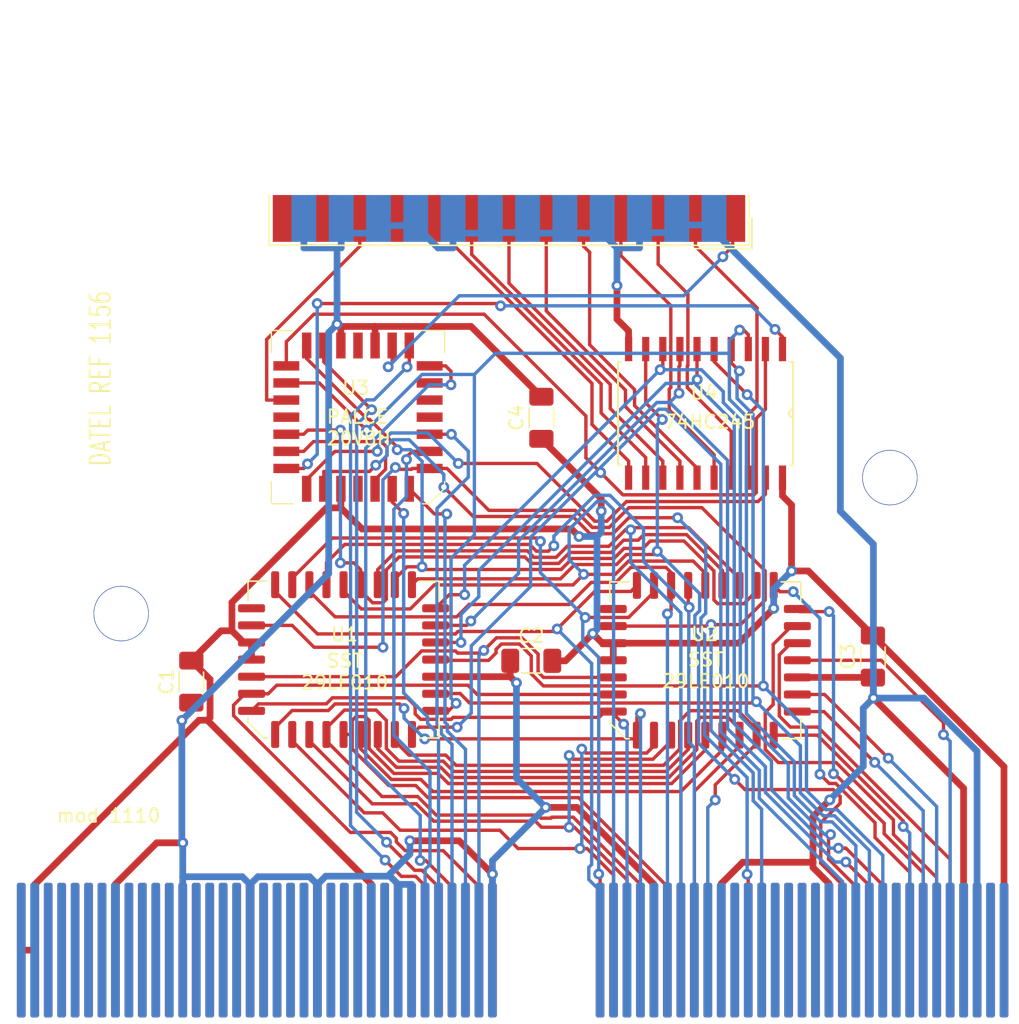
<source format=kicad_pcb>
(kicad_pcb (version 20221018) (generator pcbnew)
  (layers (0 "F.Cu" signal) (31 "B.Cu" signal) (34 "B.Paste" user) (35 "F.Paste" user) (36 "B.SilkS" user "B.Silkscreen") (37 "F.SilkS" user "F.Silkscreen") (38 "B.Mask" user) (39 "F.Mask" user) (44 "Edge.Cuts" user))
  (net 0 "")
  (net 1 "/VCC")
  (net 2 "/A16")
  (net 3 "/A17")
  (net 4 "/A6")
  (net 5 "/A5")
  (net 6 "/A12")
  (net 7 "/A13")
  (net 8 "/A8")
  (net 9 "/A9")
  (net 10 "/A11")
  (net 11 "/A10")
  (net 12 "/A0")
  (net 13 "/D7")
  (net 14 "/D6")
  (net 15 "/D5")
  (net 16 "/GND")
  (net 17 "/D4")
  (net 18 "/D3")
  (net 19 "/D2")
  (net 20 "/D1")
  (net 21 "/D0")
  (net 22 "/SST.CE")
  (net 23 "/A3")
  (net 24 "/SST.OE")
  (net 25 "/A7")
  (net 26 "/A2")
  (net 27 "/A4")
  (net 28 "/A15")
  (net 29 "/A14")
  (net 31 "/{slash}AWR1")
  (net 32 "/D15")
  (net 33 "/D14")
  (net 34 "/D13")
  (net 35 "/D12")
  (net 36 "/D11")
  (net 37 "/D10")
  (net 38 "/D9")
  (net 39 "/D8")
  (net 67 "/A25")
  (net 68 "/A23")
  (net 69 "/A21")
  (net 73 "/{slash}ACS2")
  (net 107 "/A24")
  (net 108 "/A22")
  (net 109 "/A20")
  (net 110 "/A18")
  (net 124 "/245.AB")
  (net 125 "/DB25.D7")
  (net 126 "/DB25.D6")
  (net 127 "/DB25.D5")
  (net 128 "/DB25.D4")
  (net 129 "/DB25.D3")
  (net 130 "/DB25.D2")
  (net 131 "/DB25.D1")
  (net 132 "/DB25.D0")
  (net 133 "/245.CE")
  (net 135 "/Loop")
  (net 139 "/DB25.Strobe")
  (net 141 "/DB25.Busy")
  (footprint "Sega Saturn:74HC245" (layer "F.Cu") (at 160.932 89.934 -90)
    (fp_text reference "U4")
    (fp_text value "74HC245")
  )
  (footprint "Sega Saturn:PLCC-32_11.4x14.0mm_P1.27mm" (layer "F.Cu") (at 134.044 108.223 90)
    (fp_text reference "U1")
    (fp_text value "SST 29LE010")
  )
  (footprint "Sega Saturn:Cartridge Connector" (layer "F.Cu") (at 149.099 129.806)
    (fp_text reference "J1" hide)
    (fp_text value "~")
  )
  (footprint "Capacitor_SMD:C_1206_3216Metric_Pad1.33x1.80mm_HandSolder" (layer "F.Cu") (at 147.987 108.315)
    (fp_text reference "C2")
    (fp_text value "100 nF")
  )
  (footprint "Sega Saturn:Drill Holes" (layer "F.Cu") (at 146.074 99.756)
    (fp_text reference "Holes" hide)
    (fp_text value "Drill Holes")
  )
  (footprint "Capacitor_SMD:C_1206_3216Metric_Pad1.33x1.80mm_HandSolder" (layer "F.Cu") (at 148.737 90.263 90)
    (fp_text reference "C4")
    (fp_text value "100 nF")
  )
  (footprint "Package_LCC:PLCC-28" (layer "F.Cu") (at 135.114 90.216 180)
    (fp_text reference "U3")
    (fp_text value "PALCE 20V8H-25JC")
  )
  (footprint "Capacitor_SMD:C_1206_3216Metric_Pad1.33x1.80mm_HandSolder" (layer "F.Cu") (at 173.362 107.999 90)
    (fp_text reference "C3")
    (fp_text value "100 nF")
  )
  (footprint "Sega Saturn:PLCC-32_11.4x14.0mm_P1.27mm" (layer "F.Cu") (at 160.914 108.275 90)
    (fp_text reference "U2")
    (fp_text value "SST 29LE010")
  )
  (footprint "Connector_Dsub:DSUB-25_Male_EdgeMount_P2.77mm" (layer "F.Cu") (at 146.331 75.455 180)
    (fp_text reference "J2" hide)
    (fp_text value "DB25_Male" hide)
  )
  (footprint "Capacitor_SMD:C_1206_3216Metric_Pad1.33x1.80mm_HandSolder" (layer "F.Cu") (at 122.735 109.861 90)
    (fp_text reference "C1")
    (fp_text value "100 nF")
  )
  (gr_line (start 111.024 108.2055) (end 108.524 108.2055) (stroke (width 0.002)) (layer "Edge.Cuts"))
  (gr_line (start 184.224 108.2055) (end 184.224 135.3055) (stroke (width 0.002)) (layer "Edge.Cuts"))
  (gr_line (start 145.974 123.0055) (end 145.974 135.3055) (stroke (width 0.002)) (layer "Edge.Cuts"))
  (gr_line (start 181.724 108.2055) (end 184.224 108.2055) (stroke (width 0.002)) (layer "Edge.Cuts"))
  (gr_line (start 184.224 135.3055) (end 151.774 135.3055) (stroke (width 0.002)) (layer "Edge.Cuts"))
  (gr_line (start 108.524 135.3055) (end 108.524 108.2055) (stroke (width 0.002)) (layer "Edge.Cuts"))
  (gr_line (start 151.774 123.0055) (end 151.774 135.3055) (stroke (width 0.002)) (layer "Edge.Cuts"))
  (gr_line (start 111.024 73.4555) (end 111.024 108.2055) (stroke (width 0.002)) (layer "Edge.Cuts"))
  (gr_line (start 181.724 73.4555) (end 181.724 108.2055) (stroke (width 0.002)) (layer "Edge.Cuts"))
  (gr_line (start 111.024 73.4555) (end 181.724 73.4555) (stroke (width 0.002)) (layer "Edge.Cuts"))
  (gr_line (start 108.524 135.3055) (end 145.974 135.3055) (stroke (width 0.002)) (layer "Edge.Cuts"))
  (gr_line (start 145.974 123.0055) (end 151.774 123.0055) (stroke (width 0.002)) (layer "Edge.Cuts"))
  (gr_text "74HC245" (at 157.72 91.15) (layer "F.SilkS") (effects (font (size 1 1)) (justify left bottom)))
  (gr_text "DATEL REF 1156" (at 116.87 93.975 90) (layer "F.SilkS") (effects (font (size 1.5 1.05)) (justify left bottom)))
  (gr_text "PALCE\n20V8H" (at 132.698 92.383) (layer "F.SilkS") (effects (font (size 1 1)) (justify left bottom)))
  (gr_text "SST\n29LE010" (at 160.948 109.028) (layer "F.SilkS") (effects (font (size 1 1))))
  (gr_text "SST\n29LE010" (at 134.133 109.119) (layer "F.SilkS") (effects (font (size 1 1) (thickness 0.15) bold)))
  (gr_text "mod 1110" (at 112.633 120.397) (layer "F.SilkS") (effects (font (size 1 1)) (justify left bottom)))
  (segment (start 124.9509 106.0826) (end 122.735 108.2985) (width 0.5) (layer "F.Cu") (net 1))
  (segment (start 183.099 129.806) (end 183.099 116.1735) (width 0.5) (layer "F.Cu") (net 1))
  (segment (start 154.0765 107.005) (end 153.2638 107.005) (width 0.5) (layer "F.Cu") (net 1))
  (segment (start 166.647 94.7092) (end 166.647 96.0628) (width 0.5) (layer "F.Cu") (net 1))
  (segment (start 125.754 106.0826) (end 126.6244 106.953) (width 0.5) (layer "F.Cu") (net 1))
  (segment (start 111.099 124.9337) (end 123.3037 112.729) (width 0.5) (layer "F.Cu") (net 1))
  (segment (start 136.099 124.8999) (end 136.099 129.806) (width 0.5) (layer "F.Cu") (net 1))
  (segment (start 133.844 96.9529) (end 132.7754 96.9529) (width 0.5) (layer "F.Cu") (net 1))
  (segment (start 135.4131 98.522) (end 150.9707 98.522) (width 0.5) (layer "F.Cu") (net 1))
  (segment (start 152.5518 106.293) (end 150.5298 108.315) (width 0.5) (layer "F.Cu") (net 1))
  (segment (start 168.5659 101.6404) (end 173.362 106.4365) (width 0.5) (layer "F.Cu") (net 1))
  (segment (start 127.2065 106.953) (end 127.2065 108.223) (width 0.5) (layer "F.Cu") (net 1))
  (segment (start 132.7754 96.9529) (end 125.754 103.9743) (width 0.5) (layer "F.Cu") (net 1))
  (segment (start 133.844 95.5385) (end 133.844 96.9529) (width 0.5) (layer "F.Cu") (net 1))
  (segment (start 111.099 129.806) (end 111.099 124.9337) (width 0.5) (layer "F.Cu") (net 1))
  (segment (start 125.754 103.9743) (end 125.754 106.0826) (width 0.5) (layer "F.Cu") (net 1))
  (segment (start 123.9281 112.729) (end 136.099 124.8999) (width 0.5) (layer "F.Cu") (net 1))
  (segment (start 124.128 112.5291) (end 123.9281 112.729) (width 0.5) (layer "F.Cu") (net 1))
  (segment (start 167.3203 101.6404) (end 168.5659 101.6404) (width 0.5) (layer "F.Cu") (net 1))
  (segment (start 163.407 107.005) (end 165.9916 104.4204) (width 0.5) (layer "F.Cu") (net 1))
  (segment (start 122.735 108.2985) (end 124.128 109.6915) (width 0.5) (layer "F.Cu") (net 1))
  (segment (start 150.9707 98.522) (end 151.5313 99.0826) (width 0.5) (layer "F.Cu") (net 1))
  (segment (start 125.754 106.0826) (end 124.9509 106.0826) (width 0.5) (layer "F.Cu") (net 1))
  (segment (start 154.0765 107.005) (end 154.0765 108.275) (width 0.5) (layer "F.Cu") (net 1))
  (segment (start 153.1848 97.1979) (end 153.1848 96.2733) (width 0.5) (layer "F.Cu") (net 1))
  (segment (start 154.0765 107.005) (end 163.407 107.005) (width 0.5) (layer "F.Cu") (net 1))
  (segment (start 124.128 109.6915) (end 124.128 112.5291) (width 0.5) (layer "F.Cu") (net 1))
  (segment (start 123.3037 112.729) (end 123.9281 112.729) (width 0.5) (layer "F.Cu") (net 1))
  (segment (start 167.3203 96.7361) (end 166.647 96.0628) (width 0.5) (layer "F.Cu") (net 1))
  (segment (start 126.6244 106.953) (end 127.2065 106.953) (width 0.5) (layer "F.Cu") (net 1))
  (segment (start 153.2638 107.005) (end 152.5518 106.293) (width 0.5) (layer "F.Cu") (net 1))
  (segment (start 111.099 129.806) (end 110.099 129.806) (width 0.5) (layer "F.Cu") (net 1))
  (segment (start 150.5298 108.315) (end 149.5495 108.315) (width 0.5) (layer "F.Cu") (net 1))
  (segment (start 167.3203 101.6404) (end 167.3203 96.7361) (width 0.5) (layer "F.Cu") (net 1))
  (segment (start 153.1848 96.2733) (end 148.737 91.8255) (width 0.5) (layer "F.Cu") (net 1))
  (segment (start 133.844 96.9529) (end 135.4131 98.522) (width 0.5) (layer "F.Cu") (net 1))
  (segment (start 183.099 116.1735) (end 173.362 106.4365) (width 0.5) (layer "F.Cu") (net 1))
  (via (at 167.3203 101.6404) (size 0.8) (drill 0.4) (layers "F.Cu" "B.Cu") (net 1))
  (via (at 151.5313 99.0826) (size 0.8) (drill 0.4) (layers "F.Cu" "B.Cu") (net 1))
  (via (at 165.9916 104.4204) (size 0.8) (drill 0.4) (layers "F.Cu" "B.Cu") (net 1))
  (via (at 153.1848 97.1979) (size 0.8) (drill 0.4) (layers "F.Cu" "B.Cu") (net 1))
  (via (at 152.5518 106.293) (size 0.8) (drill 0.4) (layers "F.Cu" "B.Cu") (net 1))
  (segment (start 152.8691 99.0826) (end 153.1848 98.7669) (width 0.5) (layer "B.Cu") (net 1))
  (segment (start 152.8691 105.9757) (end 152.8691 99.0826) (width 0.5) (layer "B.Cu") (net 1))
  (segment (start 153.1848 98.7669) (end 153.1848 97.1979) (width 0.5) (layer "B.Cu") (net 1))
  (segment (start 152.8691 99.0826) (end 151.5313 99.0826) (width 0.5) (layer "B.Cu") (net 1))
  (segment (start 152.5518 106.293) (end 152.8691 105.9757) (width 0.5) (layer "B.Cu") (net 1))
  (segment (start 165.9916 102.9691) (end 165.9916 104.4204) (width 0.5) (layer "B.Cu") (net 1))
  (segment (start 167.3203 101.6404) (end 165.9916 102.9691) (width 0.5) (layer "B.Cu") (net 1))
  (segment (start 144.4585 107.5436) (end 145.3965 106.6056) (width 0.25) (layer "F.Cu") (net 2))
  (segment (start 142.3581 107.5806) (end 142.5187 107.7412) (width 0.25) (layer "F.Cu") (net 2))
  (segment (start 148.8878 109.545) (end 154.0765 109.545) (width 0.25) (layer "F.Cu") (net 2))
  (segment (start 148.4917 109.1489) (end 148.8878 109.545) (width 0.25) (layer "F.Cu") (net 2))
  (segment (start 142.5187 107.7412) (end 144.2609 107.7412) (width 0.25) (layer "F.Cu") (net 2))
  (segment (start 147.2832 106.6056) (end 148.4917 107.8141) (width 0.25) (layer "F.Cu") (net 2))
  (segment (start 137.9297 109.493) (end 139.8421 107.5806) (width 0.25) (layer "F.Cu") (net 2))
  (segment (start 139.8421 107.5806) (end 142.3581 107.5806) (width 0.25) (layer "F.Cu") (net 2))
  (segment (start 144.2609 107.7412) (end 144.4585 107.5436) (width 0.25) (layer "F.Cu") (net 2))
  (segment (start 127.2065 109.493) (end 137.9297 109.493) (width 0.25) (layer "F.Cu") (net 2))
  (segment (start 148.4917 107.8141) (end 148.4917 109.1489) (width 0.25) (layer "F.Cu") (net 2))
  (segment (start 145.3965 106.6056) (end 147.2832 106.6056) (width 0.25) (layer "F.Cu") (net 2))
  (via (at 144.4585 107.5436) (size 0.8) (drill 0.4) (layers "F.Cu" "B.Cu") (net 2))
  (segment (start 144.099 129.806) (end 144.099 107.9031) (width 0.25) (layer "B.Cu") (net 2))
  (segment (start 144.099 107.9031) (end 144.4585 107.5436) (width 0.25) (layer "B.Cu") (net 2))
  (segment (start 134.5488 121.0611) (end 137.5339 121.0611) (width 0.25) (layer "F.Cu") (net 3))
  (segment (start 144.099 125.0728) (end 144.099 129.806) (width 0.25) (layer "F.Cu") (net 3))
  (segment (start 141.4434 122.4172) (end 144.099 125.0728) (width 0.25) (layer "F.Cu") (net 3))
  (segment (start 128.444 110.763) (end 129.0804 110.1266) (width 0.25) (layer "F.Cu") (net 3))
  (segment (start 143.2852 110.1266) (end 143.9736 110.815) (width 0.25) (layer "F.Cu") (net 3))
  (segment (start 143.9736 110.815) (end 154.0765 110.815) (width 0.25) (layer "F.Cu") (net 3))
  (segment (start 138.6235 122.4172) (end 141.4434 122.4172) (width 0.25) (layer "F.Cu") (net 3))
  (segment (start 126.7174 110.763) (end 125.8727 111.6077) (width 0.25) (layer "F.Cu") (net 3))
  (segment (start 127.2065 110.763) (end 126.7174 110.763) (width 0.25) (layer "F.Cu") (net 3))
  (segment (start 127.2065 110.763) (end 128.444 110.763) (width 0.25) (layer "F.Cu") (net 3))
  (segment (start 129.0804 110.1266) (end 143.2852 110.1266) (width 0.25) (layer "F.Cu") (net 3))
  (segment (start 137.9597 121.4869) (end 137.9597 121.7534) (width 0.25) (layer "F.Cu") (net 3))
  (segment (start 137.5339 121.0611) (end 137.9597 121.4869) (width 0.25) (layer "F.Cu") (net 3))
  (segment (start 137.9597 121.7534) (end 138.6235 122.4172) (width 0.25) (layer "F.Cu") (net 3))
  (segment (start 125.8727 111.6077) (end 125.8727 112.385) (width 0.25) (layer "F.Cu") (net 3))
  (segment (start 125.8727 112.385) (end 134.5488 121.0611) (width 0.25) (layer "F.Cu") (net 3))
  (segment (start 132.7581 111.514) (end 127.7255 111.514) (width 0.25) (layer "F.Cu") (net 4))
  (segment (start 153.0221 112.5159) (end 142.18 112.5159) (width 0.25) (layer "F.Cu") (net 4))
  (segment (start 142.0353 112.6606) (end 139.7695 112.6606) (width 0.25) (layer "F.Cu") (net 4))
  (segment (start 153.419 112.119) (end 153.0221 112.5159) (width 0.25) (layer "F.Cu") (net 4))
  (segment (start 153.419 112.119) (end 153.4585 112.0795) (width 0.25) (layer "F.Cu") (net 4))
  (segment (start 153.4585 112.0795) (end 153.498 112.04) (width 0.25) (layer "F.Cu") (net 4))
  (segment (start 139.3603 112.2514) (end 139.3603 111.649) (width 0.25) (layer "F.Cu") (net 4))
  (segment (start 133.21 111.0621) (end 132.7581 111.514) (width 0.25) (layer "F.Cu") (net 4))
  (segment (start 154.071 112.0795) (end 154.0765 112.085) (width 0.25) (layer "F.Cu") (net 4))
  (segment (start 142.18 112.5159) (end 142.0353 112.6606) (width 0.25) (layer "F.Cu") (net 4))
  (segment (start 138.7734 111.0621) (end 133.21 111.0621) (width 0.25) (layer "F.Cu") (net 4))
  (segment (start 153.4585 112.0795) (end 154.071 112.0795) (width 0.25) (layer "F.Cu") (net 4))
  (segment (start 127.7255 111.514) (end 127.2065 112.033) (width 0.25) (layer "F.Cu") (net 4))
  (segment (start 139.7695 112.6606) (end 139.3603 112.2514) (width 0.25) (layer "F.Cu") (net 4))
  (segment (start 139.3603 111.649) (end 138.7734 111.0621) (width 0.25) (layer "F.Cu") (net 4))
  (segment (start 154.0765 112.2468) (end 154.0765 112.085) (width 0.25) (layer "F.Cu") (net 4))
  (segment (start 154.8512 113.0215) (end 154.0765 112.2468) (width 0.25) (layer "F.Cu") (net 4))
  (via (at 154.8512 113.0215) (size 0.8) (drill 0.4) (layers "F.Cu" "B.Cu") (net 4))
  (segment (start 155.099 113.2693) (end 154.8512 113.0215) (width 0.25) (layer "B.Cu") (net 4))
  (segment (start 155.099 129.806) (end 155.099 113.2693) (width 0.25) (layer "B.Cu") (net 4))
  (segment (start 138.5336 111.8503) (end 138.2025 111.5192) (width 0.25) (layer "F.Cu") (net 5))
  (segment (start 130.2199 112.0076) (end 128.964 113.2635) (width 0.25) (layer "F.Cu") (net 5))
  (segment (start 155.834 113.8375) (end 155.834 112.4978) (width 0.25) (layer "F.Cu") (net 5))
  (segment (start 132.9149 112.0076) (end 130.2199 112.0076) (width 0.25) (layer "F.Cu") (net 5))
  (segment (start 138.2025 111.5192) (end 133.4033 111.5192) (width 0.25) (layer "F.Cu") (net 5))
  (segment (start 155.5815 114.112) (end 140.0751 114.112) (width 0.25) (layer "F.Cu") (net 5))
  (segment (start 155.834 113.8595) (end 155.5815 114.112) (width 0.25) (layer "F.Cu") (net 5))
  (segment (start 128.964 113.2635) (end 128.964 113.7855) (width 0.25) (layer "F.Cu") (net 5))
  (segment (start 155.834 112.4978) (end 156.099 112.2328) (width 0.25) (layer "F.Cu") (net 5))
  (segment (start 133.4033 111.5192) (end 132.9149 112.0076) (width 0.25) (layer "F.Cu") (net 5))
  (via (at 138.5336 111.8503) (size 0.8) (drill 0.4) (layers "F.Cu" "B.Cu") (net 5))
  (via (at 156.099 112.2328) (size 0.8) (drill 0.4) (layers "F.Cu" "B.Cu") (net 5))
  (via (at 140.0751 114.112) (size 0.8) (drill 0.4) (layers "F.Cu" "B.Cu") (net 5))
  (segment (start 140.0751 114.112) (end 138.5336 112.5705) (width 0.25) (layer "B.Cu") (net 5))
  (segment (start 138.5336 112.5705) (end 138.5336 111.8503) (width 0.25) (layer "B.Cu") (net 5))
  (segment (start 156.099 129.806) (end 156.099 112.2328) (width 0.25) (layer "B.Cu") (net 5))
  (segment (start 147.0026 122.2574) (end 145.6449 120.8997) (width 0.25) (layer "F.Cu") (net 6))
  (segment (start 157.104 113.8375) (end 157.104 114.623) (width 0.25) (layer "F.Cu") (net 6))
  (segment (start 157.104 114.623) (end 156.562 115.165) (width 0.25) (layer "F.Cu") (net 6))
  (segment (start 130.234 114.2629) (end 130.234 113.7855) (width 0.25) (layer "F.Cu") (net 6))
  (segment (start 138.2454 120.8997) (end 136.9541 119.6084) (width 0.25) (layer "F.Cu") (net 6))
  (segment (start 152.0349 115.165) (end 151.7381 114.8682) (width 0.25) (layer "F.Cu") (net 6))
  (segment (start 136.9541 119.6084) (end 135.5795 119.6084) (width 0.25) (layer "F.Cu") (net 6))
  (segment (start 152.13 122.2574) (end 151.6029 122.2574) (width 0.25) (layer "F.Cu") (net 6))
  (segment (start 145.6449 120.8997) (end 138.2454 120.8997) (width 0.25) (layer "F.Cu") (net 6))
  (segment (start 151.6029 122.2574) (end 147.0026 122.2574) (width 0.25) (layer "F.Cu") (net 6))
  (segment (start 154.099 129.806) (end 154.099 124.2264) (width 0.25) (layer "F.Cu") (net 6))
  (segment (start 156.562 115.165) (end 152.0349 115.165) (width 0.25) (layer "F.Cu") (net 6))
  (segment (start 154.099 124.2264) (end 152.13 122.2574) (width 0.25) (layer "F.Cu") (net 6))
  (segment (start 135.5795 119.6084) (end 130.234 114.2629) (width 0.25) (layer "F.Cu") (net 6))
  (via (at 151.7381 114.8682) (size 0.8) (drill 0.4) (layers "F.Cu" "B.Cu") (net 6))
  (via (at 151.6029 122.2574) (size 0.8) (drill 0.4) (layers "F.Cu" "B.Cu") (net 6))
  (segment (start 151.6029 122.2574) (end 151.7381 122.1222) (width 0.25) (layer "B.Cu") (net 6))
  (segment (start 151.7381 122.1222) (end 151.7381 114.8682) (width 0.25) (layer "B.Cu") (net 6))
  (segment (start 140.7363 120.2244) (end 148.2882 120.2244) (width 0.25) (layer "F.Cu") (net 7))
  (segment (start 131.504 114.2588) (end 136.1813 118.9361) (width 0.25) (layer "F.Cu") (net 7))
  (segment (start 150.7999 115.3478) (end 151.0765 115.6244) (width 0.25) (layer "F.Cu") (net 7))
  (segment (start 151.1864 120.6747) (end 150.7999 120.6747) (width 0.25) (layer "F.Cu") (net 7))
  (segment (start 155.099 129.806) (end 155.099 124.5873) (width 0.25) (layer "F.Cu") (net 7))
  (segment (start 136.1813 118.9361) (end 139.448 118.9361) (width 0.25) (layer "F.Cu") (net 7))
  (segment (start 139.448 118.9361) (end 140.7363 120.2244) (width 0.25) (layer "F.Cu") (net 7))
  (segment (start 131.504 113.7855) (end 131.504 114.2588) (width 0.25) (layer "F.Cu") (net 7))
  (segment (start 158.374 114.2729) (end 158.374 113.8375) (width 0.25) (layer "F.Cu") (net 7))
  (segment (start 148.7385 120.6747) (end 150.7999 120.6747) (width 0.25) (layer "F.Cu") (net 7))
  (segment (start 148.2882 120.2244) (end 148.7385 120.6747) (width 0.25) (layer "F.Cu") (net 7))
  (segment (start 157.0225 115.6244) (end 158.374 114.2729) (width 0.25) (layer "F.Cu") (net 7))
  (segment (start 151.0765 115.6244) (end 157.0225 115.6244) (width 0.25) (layer "F.Cu") (net 7))
  (segment (start 155.099 124.5873) (end 151.1864 120.6747) (width 0.25) (layer "F.Cu") (net 7))
  (via (at 150.7999 115.3478) (size 0.8) (drill 0.4) (layers "F.Cu" "B.Cu") (net 7))
  (via (at 150.7999 120.6747) (size 0.8) (drill 0.4) (layers "F.Cu" "B.Cu") (net 7))
  (segment (start 150.7999 115.3478) (end 150.7999 120.6747) (width 0.25) (layer "B.Cu") (net 7))
  (segment (start 156.099 129.806) (end 156.099 124.9265) (width 0.25) (layer "F.Cu") (net 8))
  (segment (start 156.099 124.9265) (end 151.102 119.9295) (width 0.25) (layer "F.Cu") (net 8))
  (segment (start 159.644 114.9021) (end 158.0167 116.5294) (width 0.25) (layer "F.Cu") (net 8))
  (segment (start 139.5469 118.3958) (end 136.8942 118.3958) (width 0.25) (layer "F.Cu") (net 8))
  (segment (start 136.4576 111.9734) (end 134.103 111.9734) (width 0.25) (layer "F.Cu") (net 8))
  (segment (start 148.7061 120.0032) (end 148.4754 119.7725) (width 0.25) (layer "F.Cu") (net 8))
  (segment (start 140.9236 119.7725) (end 139.5469 118.3958) (width 0.25) (layer "F.Cu") (net 8))
  (segment (start 138.1632 115.7714) (end 137.219 114.8272) (width 0.25) (layer "F.Cu") (net 8))
  (segment (start 141.4484 115.7714) (end 138.1632 115.7714) (width 0.25) (layer "F.Cu") (net 8))
  (segment (start 148.4754 119.7725) (end 140.9236 119.7725) (width 0.25) (layer "F.Cu") (net 8))
  (segment (start 134.103 111.9734) (end 132.774 113.3024) (width 0.25) (layer "F.Cu") (net 8))
  (segment (start 137.219 114.8272) (end 137.219 112.7348) (width 0.25) (layer "F.Cu") (net 8))
  (segment (start 159.644 113.8375) (end 159.644 114.9021) (width 0.25) (layer "F.Cu") (net 8))
  (segment (start 132.774 114.2756) (end 132.774 113.7855) (width 0.25) (layer "F.Cu") (net 8))
  (segment (start 149.4401 120.0032) (end 148.7061 120.0032) (width 0.25) (layer "F.Cu") (net 8))
  (segment (start 137.219 112.7348) (end 136.4576 111.9734) (width 0.25) (layer "F.Cu") (net 8))
  (segment (start 151.102 119.9295) (end 149.5138 119.9295) (width 0.25) (layer "F.Cu") (net 8))
  (segment (start 136.8942 118.3958) (end 132.774 114.2756) (width 0.25) (layer "F.Cu") (net 8))
  (segment (start 158.0167 116.5294) (end 142.2064 116.5294) (width 0.25) (layer "F.Cu") (net 8))
  (segment (start 142.2064 116.5294) (end 141.4484 115.7714) (width 0.25) (layer "F.Cu") (net 8))
  (segment (start 132.774 113.3024) (end 132.774 113.7855) (width 0.25) (layer "F.Cu") (net 8))
  (segment (start 149.5138 119.9295) (end 149.4401 120.0032) (width 0.25) (layer "F.Cu") (net 8))
  (segment (start 160.914 113.8375) (end 160.914 114.9328) (width 0.25) (layer "F.Cu") (net 9))
  (segment (start 160.914 114.9328) (end 158.4109 117.4359) (width 0.25) (layer "F.Cu") (net 9))
  (segment (start 135.9415 112.7377) (end 135.6618 112.458) (width 0.25) (layer "F.Cu") (net 9))
  (segment (start 141.8347 117.4359) (end 141.074 116.6752) (width 0.25) (layer "F.Cu") (net 9))
  (segment (start 134.6865 113.7855) (end 134.044 113.7855) (width 0.25) (layer "F.Cu") (net 9))
  (segment (start 158.4109 117.4359) (end 141.8347 117.4359) (width 0.25) (layer "F.Cu") (net 9))
  (segment (start 151.4958 118.4771) (end 140.3052 118.4771) (width 0.25) (layer "F.Cu") (net 9))
  (segment (start 139.4071 117.579) (end 137.3992 117.579) (width 0.25) (layer "F.Cu") (net 9))
  (segment (start 135.6618 112.458) (end 134.9662 112.458) (width 0.25) (layer "F.Cu") (net 9))
  (segment (start 141.074 116.6752) (end 137.7788 116.6752) (width 0.25) (layer "F.Cu") (net 9))
  (segment (start 158.099 125.0803) (end 151.4958 118.4771) (width 0.25) (layer "F.Cu") (net 9))
  (segment (start 134.9662 112.458) (end 134.6865 112.7377) (width 0.25) (layer "F.Cu") (net 9))
  (segment (start 137.3992 117.579) (end 134.6865 114.8663) (width 0.25) (layer "F.Cu") (net 9))
  (segment (start 158.099 129.806) (end 158.099 125.0803) (width 0.25) (layer "F.Cu") (net 9))
  (segment (start 137.7788 116.6752) (end 135.9415 114.8379) (width 0.25) (layer "F.Cu") (net 9))
  (segment (start 134.6865 112.7377) (end 134.6865 113.7855) (width 0.25) (layer "F.Cu") (net 9))
  (segment (start 140.3052 118.4771) (end 139.4071 117.579) (width 0.25) (layer "F.Cu") (net 9))
  (segment (start 135.9415 114.8379) (end 135.9415 112.7377) (width 0.25) (layer "F.Cu") (net 9))
  (segment (start 134.6865 114.8663) (end 134.6865 113.7855) (width 0.25) (layer "F.Cu") (net 9))
  (segment (start 139.7814 117.1271) (end 137.589 117.1271) (width 0.25) (layer "F.Cu") (net 10))
  (segment (start 158.4971 118.0252) (end 140.6795 118.0252) (width 0.25) (layer "F.Cu") (net 10))
  (segment (start 158.4971 118.0252) (end 159.0388 118.0252) (width 0.25) (layer "F.Cu") (net 10))
  (segment (start 137.589 117.1271) (end 135.314 114.8521) (width 0.25) (layer "F.Cu") (net 10))
  (segment (start 140.6795 118.0252) (end 139.7814 117.1271) (width 0.25) (layer "F.Cu") (net 10))
  (segment (start 135.314 114.8521) (end 135.314 113.7855) (width 0.25) (layer "F.Cu") (net 10))
  (segment (start 159.0938 118.0252) (end 162.184 114.935) (width 0.25) (layer "F.Cu") (net 10))
  (segment (start 159.099 129.806) (end 159.099 118.0854) (width 0.25) (layer "F.Cu") (net 10))
  (segment (start 159.099 118.0854) (end 159.0388 118.0252) (width 0.25) (layer "F.Cu") (net 10))
  (segment (start 159.0388 118.0252) (end 159.0938 118.0252) (width 0.25) (layer "F.Cu") (net 10))
  (segment (start 162.184 114.935) (end 162.184 113.8375) (width 0.25) (layer "F.Cu") (net 10))
  (segment (start 163.454 113.8375) (end 163.454 113.3605) (width 0.25) (layer "F.Cu") (net 11))
  (segment (start 160.099 118.011) (end 160.099 129.806) (width 0.25) (layer "F.Cu") (net 11))
  (segment (start 163.454 113.8375) (end 163.454 114.656) (width 0.25) (layer "F.Cu") (net 11))
  (segment (start 163.454 114.656) (end 160.099 118.011) (width 0.25) (layer "F.Cu") (net 11))
  (segment (start 160.5639 112.51) (end 160.279 112.7949) (width 0.25) (layer "F.Cu") (net 11))
  (segment (start 158.2027 116.9825) (end 142.0204 116.9825) (width 0.25) (layer "F.Cu") (net 11))
  (segment (start 136.584 114.8413) (end 136.584 113.7855) (width 0.25) (layer "F.Cu") (net 11))
  (segment (start 160.279 112.7949) (end 160.279 114.9062) (width 0.25) (layer "F.Cu") (net 11))
  (segment (start 162.6035 112.51) (end 160.5639 112.51) (width 0.25) (layer "F.Cu") (net 11))
  (segment (start 160.279 114.9062) (end 158.2027 116.9825) (width 0.25) (layer "F.Cu") (net 11))
  (segment (start 141.2612 116.2233) (end 137.966 116.2233) (width 0.25) (layer "F.Cu") (net 11))
  (segment (start 142.0204 116.9825) (end 141.2612 116.2233) (width 0.25) (layer "F.Cu") (net 11))
  (segment (start 137.966 116.2233) (end 136.584 114.8413) (width 0.25) (layer "F.Cu") (net 11))
  (segment (start 163.454 113.3605) (end 162.6035 112.51) (width 0.25) (layer "F.Cu") (net 11))
  (segment (start 164.724 113.4054) (end 163.3386 112.02) (width 0.25) (layer "F.Cu") (net 12))
  (segment (start 157.8105 116.0763) (end 142.3924 116.0763) (width 0.25) (layer "F.Cu") (net 12))
  (segment (start 161.6517 118.6558) (end 161.6517 117.5308) (width 0.25) (layer "F.Cu") (net 12))
  (segment (start 161.6517 117.5308) (end 164.724 114.4585) (width 0.25) (layer "F.Cu") (net 12))
  (segment (start 159.009 112.7919) (end 159.009 114.8778) (width 0.25) (layer "F.Cu") (net 12))
  (segment (start 137.854 114.2754) (end 137.854 113.7855) (width 0.25) (layer "F.Cu") (net 12))
  (segment (start 138.8981 115.3195) (end 137.854 114.2754) (width 0.25) (layer "F.Cu") (net 12))
  (segment (start 142.3924 116.0763) (end 141.6356 115.3195) (width 0.25) (layer "F.Cu") (net 12))
  (segment (start 159.009 114.8778) (end 157.8105 116.0763) (width 0.25) (layer "F.Cu") (net 12))
  (segment (start 164.724 113.8375) (end 164.724 113.4054) (width 0.25) (layer "F.Cu") (net 12))
  (segment (start 159.7809 112.02) (end 159.009 112.7919) (width 0.25) (layer "F.Cu") (net 12))
  (segment (start 141.6356 115.3195) (end 138.8981 115.3195) (width 0.25) (layer "F.Cu") (net 12))
  (segment (start 164.724 114.4585) (end 164.724 113.8375) (width 0.25) (layer "F.Cu") (net 12))
  (segment (start 163.3386 112.02) (end 159.7809 112.02) (width 0.25) (layer "F.Cu") (net 12))
  (via (at 161.6517 118.6558) (size 0.8) (drill 0.4) (layers "F.Cu" "B.Cu") (net 12))
  (segment (start 161.099 119.2085) (end 161.6517 118.6558) (width 0.25) (layer "B.Cu") (net 12))
  (segment (start 161.099 129.806) (end 161.099 119.2085) (width 0.25) (layer "B.Cu") (net 12))
  (segment (start 154.7917 95.9847) (end 164.5289 95.9847) (width 0.25) (layer "F.Cu") (net 13))
  (segment (start 164.5289 95.9847) (end 164.7006 95.813) (width 0.25) (layer "F.Cu") (net 13))
  (segment (start 164.7006 95.813) (end 164.7006 90.3109) (width 0.25) (layer "F.Cu") (net 13))
  (segment (start 142.481 113.2428) (end 139.6667 113.2428) (width 0.25) (layer "F.Cu") (net 13))
  (segment (start 165.377 89.6345) (end 165.377 86.3874) (width 0.25) (layer "F.Cu") (net 13))
  (segment (start 164.7006 90.3109) (end 165.377 89.6345) (width 0.25) (layer "F.Cu") (net 13))
  (segment (start 131.8405 82.5686) (end 144.4849 82.5686) (width 0.25) (layer "F.Cu") (net 13))
  (segment (start 152.045 90.1287) (end 152.045 93.238) (width 0.25) (layer "F.Cu") (net 13))
  (segment (start 165.377 85.1588) (end 165.377 86.3874) (width 0.25) (layer "F.Cu") (net 13))
  (segment (start 139.6667 113.2428) (end 139.124 113.7855) (width 0.25) (layer "F.Cu") (net 13))
  (segment (start 129.7915 86.406) (end 129.7915 84.6176) (width 0.25) (layer "F.Cu") (net 13))
  (segment (start 152.045 93.238) (end 153.1391 94.3321) (width 0.25) (layer "F.Cu") (net 13))
  (segment (start 153.1391 94.3321) (end 154.7917 95.9847) (width 0.25) (layer "F.Cu") (net 13))
  (segment (start 129.7915 84.6176) (end 131.8405 82.5686) (width 0.25) (layer "F.Cu") (net 13))
  (segment (start 144.4849 82.5686) (end 152.045 90.1287) (width 0.25) (layer "F.Cu") (net 13))
  (via (at 153.1391 94.3321) (size 0.8) (drill 0.4) (layers "F.Cu" "B.Cu") (net 13))
  (via (at 142.481 113.2428) (size 0.8) (drill 0.4) (layers "F.Cu" "B.Cu") (net 13))
  (segment (start 164.9228 116.4479) (end 164.9228 118.52) (width 0.25) (layer "B.Cu") (net 13))
  (segment (start 152.9416 94.1375) (end 147.9361 99.143) (width 0.25) (layer "B.Cu") (net 13))
  (segment (start 164.9228 118.52) (end 171.099 124.6962) (width 0.25) (layer "B.Cu") (net 13))
  (segment (start 157.4552 89.6268) (end 157.9852 89.6268) (width 0.25) (layer "B.Cu") (net 13))
  (segment (start 152.9445 94.1375) (end 157.4552 89.6268) (width 0.25) (layer "B.Cu") (net 13))
  (segment (start 162.0668 93.7084) (end 162.0668 113.5919) (width 0.25) (layer "B.Cu") (net 13))
  (segment (start 162.0668 113.5919) (end 164.9228 116.4479) (width 0.25) (layer "B.Cu") (net 13))
  (segment (start 147.9361 99.143) (end 147.9361 102.7941) (width 0.25) (layer "B.Cu") (net 13))
  (segment (start 147.9361 102.7941) (end 143.5269 107.2033) (width 0.25) (layer "B.Cu") (net 13))
  (segment (start 171.099 124.6962) (end 171.099 129.806) (width 0.25) (layer "B.Cu") (net 13))
  (segment (start 152.9445 94.1375) (end 152.9416 94.1375) (width 0.25) (layer "B.Cu") (net 13))
  (segment (start 143.5269 107.2033) (end 143.5269 112.1969) (width 0.25) (layer "B.Cu") (net 13))
  (segment (start 157.9852 89.6268) (end 162.0668 93.7084) (width 0.25) (layer "B.Cu") (net 13))
  (segment (start 143.5269 112.1969) (end 142.481 113.2428) (width 0.25) (layer "B.Cu") (net 13))
  (segment (start 152.9445 94.1375) (end 153.1391 94.3321) (width 0.25) (layer "B.Cu") (net 13))
  (segment (start 142.402 111.4715) (end 141.8405 112.033) (width 0.25) (layer "F.Cu") (net 14))
  (segment (start 163.7694 83.7454) (end 163.4655 83.7454) (width 0.25) (layer "F.Cu") (net 14))
  (segment (start 141.8405 112.033) (end 140.8815 112.033) (width 0.25) (layer "F.Cu") (net 14))
  (segment (start 164.107 84.083) (end 163.7694 83.7454) (width 0.25) (layer "F.Cu") (net 14))
  (segment (start 164.107 85.1588) (end 164.107 84.083) (width 0.25) (layer "F.Cu") (net 14))
  (segment (start 129.7915 87.676) (end 132.2399 87.676) (width 0.25) (layer "F.Cu") (net 14))
  (segment (start 132.2399 87.676) (end 135.7429 91.179) (width 0.25) (layer "F.Cu") (net 14))
  (via (at 163.4655 83.7454) (size 0.8) (drill 0.4) (layers "F.Cu" "B.Cu") (net 14))
  (via (at 135.7429 91.179) (size 0.8) (drill 0.4) (layers "F.Cu" "B.Cu") (net 14))
  (via (at 142.402 111.4715) (size 0.8) (drill 0.4) (layers "F.Cu" "B.Cu") (net 14))
  (segment (start 139.8763 87.0456) (end 143.7584 87.0456) (width 0.25) (layer "B.Cu") (net 14))
  (segment (start 170.3295 120.2754) (end 172.099 122.0449) (width 0.25) (layer "B.Cu") (net 14))
  (segment (start 142.0269 100.7009) (end 142.0269 111.0964) (width 0.25) (layer "B.Cu") (net 14))
  (segment (start 169.4801 120.2754) (end 170.3295 120.2754) (width 0.25) (layer "B.Cu") (net 14))
  (segment (start 143.7584 87.0456) (end 143.7584 98.9694) (width 0.25) (layer "B.Cu") (net 14))
  (segment (start 142.0269 111.0964) (end 142.402 111.4715) (width 0.25) (layer "B.Cu") (net 14))
  (segment (start 143.7584 98.9694) (end 142.0269 100.7009) (width 0.25) (layer "B.Cu") (net 14))
  (segment (start 162.7005 84.5104) (end 163.4655 83.7454) (width 0.25) (layer "B.Cu") (net 14))
  (segment (start 162.702 88.888) (end 163.9662 90.1522) (width 0.25) (layer "B.Cu") (net 14))
  (segment (start 145.3307 85.4733) (end 143.7584 87.0456) (width 0.25) (layer "B.Cu") (net 14))
  (segment (start 162.7005 85.4733) (end 145.3307 85.4733) (width 0.25) (layer "B.Cu") (net 14))
  (segment (start 163.9662 112.2471) (end 167.5255 115.8064) (width 0.25) (layer "B.Cu") (net 14))
  (segment (start 163.9662 90.1522) (end 163.9662 112.2471) (width 0.25) (layer "B.Cu") (net 14))
  (segment (start 172.099 122.0449) (end 172.099 129.806) (width 0.25) (layer "B.Cu") (net 14))
  (segment (start 162.7005 85.4733) (end 162.7005 84.5104) (width 0.25) (layer "B.Cu") (net 14))
  (segment (start 167.5255 115.8064) (end 167.5255 118.3208) (width 0.25) (layer "B.Cu") (net 14))
  (segment (start 162.7005 85.4733) (end 162.702 85.4748) (width 0.25) (layer "B.Cu") (net 14))
  (segment (start 162.702 85.4748) (end 162.702 88.888) (width 0.25) (layer "B.Cu") (net 14))
  (segment (start 167.5255 118.3208) (end 169.4801 120.2754) (width 0.25) (layer "B.Cu") (net 14))
  (segment (start 135.7429 91.179) (end 139.8763 87.0456) (width 0.25) (layer "B.Cu") (net 14))
  (segment (start 164.7035 111.3537) (end 164.6076 111.4496) (width 0.25) (layer "F.Cu") (net 15))
  (segment (start 164.6076 111.4496) (end 143.4088 111.4496) (width 0.25) (layer "F.Cu") (net 15))
  (segment (start 140.8999 110.7446) (end 140.8815 110.763) (width 0.25) (layer "F.Cu") (net 15))
  (segment (start 143.4088 111.4496) (end 142.7038 110.7446) (width 0.25) (layer "F.Cu") (net 15))
  (segment (start 162.837 85.1588) (end 162.837 86.181) (width 0.25) (layer "F.Cu") (net 15))
  (segment (start 142.7038 110.7446) (end 140.8999 110.7446) (width 0.25) (layer "F.Cu") (net 15))
  (segment (start 162.837 86.181) (end 163.4392 86.7832) (width 0.25) (layer "F.Cu") (net 15))
  (via (at 163.4392 86.7832) (size 0.8) (drill 0.4) (layers "F.Cu" "B.Cu") (net 15))
  (via (at 164.7035 111.3537) (size 0.8) (drill 0.4) (layers "F.Cu" "B.Cu") (net 15))
  (segment (start 164.7035 111.3537) (end 164.4591 111.1093) (width 0.25) (layer "B.Cu") (net 15))
  (segment (start 173.099 122.4058) (end 173.099 129.806) (width 0.25) (layer "B.Cu") (net 15))
  (segment (start 167.9774 114.6276) (end 167.9774 118.1336) (width 0.25) (layer "B.Cu") (net 15))
  (segment (start 164.7035 111.3537) (end 167.9774 114.6276) (width 0.25) (layer "B.Cu") (net 15))
  (segment (start 170.5167 119.8235) (end 173.099 122.4058) (width 0.25) (layer "B.Cu") (net 15))
  (segment (start 164.4591 90.0059) (end 163.2733 88.8201) (width 0.25) (layer "B.Cu") (net 15))
  (segment (start 167.9774 118.1336) (end 169.6673 119.8235) (width 0.25) (layer "B.Cu") (net 15))
  (segment (start 164.4591 111.1093) (end 164.4591 90.0059) (width 0.25) (layer "B.Cu") (net 15))
  (segment (start 163.2733 88.8201) (end 163.2733 86.9491) (width 0.25) (layer "B.Cu") (net 15))
  (segment (start 169.6673 119.8235) (end 170.5167 119.8235) (width 0.25) (layer "B.Cu") (net 15))
  (segment (start 163.2733 86.9491) (end 163.4392 86.7832) (width 0.25) (layer "B.Cu") (net 15))
  (segment (start 162.099 124.8698) (end 162.099 129.806) (width 0.5) (layer "F.Cu") (net 16))
  (segment (start 142.6267 121.6826) (end 138.9694 121.6826) (width 0.5) (layer "F.Cu") (net 16))
  (segment (start 157.099 124.9143) (end 151.3888 119.2041) (width 0.5) (layer "F.Cu") (net 16))
  (segment (start 173.4005 109.6) (end 173.362 109.5615) (width 0.5) (layer "F.Cu") (net 16))
  (segment (start 146.4245 109.4924) (end 146.4245 108.315) (width 0.5) (layer "F.Cu") (net 16))
  (segment (start 173.3455 109.545) (end 173.362 109.5615) (width 0.5) (layer "F.Cu") (net 16))
  (segment (start 151.3888 119.2041) (end 149.0572 119.2041) (width 0.5) (layer "F.Cu") (net 16))
  (segment (start 155.217 83.8052) (end 154.352 82.9402) (width 0.5) (layer "F.Cu") (net 16))
  (segment (start 133.7249 83.4791) (end 133.844 83.4791) (width 0.5) (layer "F.Cu") (net 16))
  (segment (start 168.9132 123.2796) (end 163.6892 123.2796) (width 0.5) (layer "F.Cu") (net 16))
  (segment (start 140.8815 109.493) (end 140.8821 109.4924) (width 0.5) (layer "F.Cu") (net 16))
  (segment (start 170.099 129.806) (end 170.099 124.8547) (width 0.5) (layer "F.Cu") (net 16))
  (segment (start 133.844 84.8935) (end 133.844 83.4791) (width 0.5) (layer "F.Cu") (net 16))
  (segment (start 122.735 112.0372) (end 122.735 111.4235) (width 0.5) (layer "F.Cu") (net 16))
  (segment (start 170.099 124.8547) (end 168.9132 123.6689) (width 0.5) (layer "F.Cu") (net 16))
  (segment (start 145.099 129.806) (end 145.099 124.1549) (width 0.5) (layer "F.Cu") (net 16))
  (segment (start 157.099 129.806) (end 157.099 124.9143) (width 0.5) (layer "F.Cu") (net 16))
  (segment (start 133.844 83.4791) (end 136.384 83.4791) (width 0.5) (layer "F.Cu") (net 16))
  (segment (start 136.384 84.8935) (end 136.384 83.4791) (width 0.5) (layer "F.Cu") (net 16))
  (segment (start 122.099 121.8323) (end 120.1655 121.8323) (width 0.5) (layer "F.Cu") (net 16))
  (segment (start 145.099 124.1549) (end 142.6267 121.6826) (width 0.5) (layer "F.Cu") (net 16))
  (segment (start 146.8851 109.953) (end 146.4245 109.4924) (width 0.5) (layer "F.Cu") (net 16))
  (segment (start 117.099 124.8988) (end 117.099 129.806) (width 0.5) (layer "F.Cu") (net 16))
  (segment (start 167.7515 109.545) (end 173.3455 109.545) (width 0.5) (layer "F.Cu") (net 16))
  (segment (start 140.8821 109.4924) (end 146.4245 109.4924) (width 0.5) (layer "F.Cu") (net 16))
  (segment (start 136.384 83.4791) (end 143.5156 83.4791) (width 0.5) (layer "F.Cu") (net 16))
  (segment (start 155.217 85.1588) (end 155.217 83.8052) (width 0.5) (layer "F.Cu") (net 16))
  (segment (start 168.9132 123.6689) (end 168.9132 123.2796) (width 0.5) (layer "F.Cu") (net 16))
  (segment (start 163.6892 123.2796) (end 162.099 124.8698) (width 0.5) (layer "F.Cu") (net 16))
  (segment (start 168.9132 119.887) (end 170.1555 118.6447) (width 0.5) (layer "F.Cu") (net 16))
  (segment (start 173.4005 111.0823) (end 173.4005 109.6) (width 0.5) (layer "F.Cu") (net 16))
  (segment (start 120.1655 121.8323) (end 117.099 124.8988) (width 0.5) (layer "F.Cu") (net 16))
  (segment (start 168.9132 123.2796) (end 168.9132 119.887) (width 0.5) (layer "F.Cu") (net 16))
  (segment (start 122.0317 112.7405) (end 122.735 112.0372) (width 0.5) (layer "F.Cu") (net 16))
  (segment (start 133.559 83.3132) (end 133.7249 83.4791) (width 0.5) (layer "F.Cu") (net 16))
  (segment (start 154.352 82.9402) (end 154.352 80.4449) (width 0.5) (layer "F.Cu") (net 16))
  (segment (start 145.099 124.1549) (end 145.1002 124.1537) (width 0.5) (layer "F.Cu") (net 16))
  (segment (start 173.4005 111.0823) (end 180.099 117.7808) (width 0.5) (layer "F.Cu") (net 16))
  (segment (start 143.5156 83.4791) (end 148.737 88.7005) (width 0.5) (layer "F.Cu") (net 16))
  (segment (start 180.099 117.7808) (end 180.099 129.806) (width 0.5) (layer "F.Cu") (net 16))
  (via (at 146.8851 109.953) (size 0.8) (drill 0.4) (layers "F.Cu" "B.Cu") (net 16))
  (via (at 145.1002 124.1537) (size 0.8) (drill 0.4) (layers "F.Cu" "B.Cu") (net 16))
  (via (at 122.099 121.8323) (size 0.8) (drill 0.4) (layers "F.Cu" "B.Cu") (net 16))
  (via (at 173.4005 111.0823) (size 0.8) (drill 0.4) (layers "F.Cu" "B.Cu") (net 16))
  (via (at 138.9694 121.6826) (size 0.8) (drill 0.4) (layers "F.Cu" "B.Cu") (net 16))
  (via (at 154.352 80.4449) (size 0.8) (drill 0.4) (layers "F.Cu" "B.Cu") (net 16))
  (via (at 170.1555 118.6447) (size 0.8) (drill 0.4) (layers "F.Cu" "B.Cu") (net 16))
  (via (at 133.559 83.3132) (size 0.8) (drill 0.4) (layers "F.Cu" "B.Cu") (net 16))
  (via (at 149.0572 119.2041) (size 0.8) (drill 0.4) (layers "F.Cu" "B.Cu") (net 16))
  (via (at 122.0317 112.7405) (size 0.8) (drill 0.4) (layers "F.Cu" "B.Cu") (net 16))
  (segment (start 150.486 76.5509) (end 153.256 76.5509) (width 0.5) (layer "B.Cu") (net 16))
  (segment (start 132.099 129.806) (end 132.099 124.9293) (width 0.5) (layer "B.Cu") (net 16))
  (segment (start 145.099 124.1549) (end 145.1002 124.1537) (width 0.5) (layer "B.Cu") (net 16))
  (segment (start 147.716 76.5509) (end 150.486 76.5509) (width 0.5) (layer "B.Cu") (net 16))
  (segment (start 170.9473 85.8211) (end 170.9473 97.2064) (width 0.5) (layer "B.Cu") (net 16))
  (segment (start 154.352 77.6469) (end 154.352 80.4449) (width 0.5) (layer "B.Cu") (net 16))
  (segment (start 132.9381 83.9341) (end 133.559 83.3132) (width 0.5) (layer "B.Cu") (net 16))
  (segment (start 145.1002 124.1537) (end 145.1002 123.1611) (width 0.5) (layer "B.Cu") (net 16))
  (segment (start 142.176 76.5509) (end 142.176 77.6469) (width 0.5) (layer "B.Cu") (net 16))
  (segment (start 138.9694 122.6659) (end 138.9694 121.6826) (width 0.5) (layer "B.Cu") (net 16))
  (segment (start 136.0692 76.5509) (end 136.636 75.9841) (width 0.5) (layer "B.Cu") (net 16))
  (segment (start 138.099 124.9193) (end 139.099 124.9193) (width 0.5) (layer "B.Cu") (net 16))
  (segment (start 132.9381 101.8341) (end 132.9381 83.9341) (width 0.5) (layer "B.Cu") (net 16))
  (segment (start 136.636 75.455) (end 136.636 75.9841) (width 0.5) (layer "B.Cu") (net 16))
  (segment (start 173.4005 111.0823) (end 177.1486 111.0823) (width 0.5) (layer "B.Cu") (net 16))
  (segment (start 133.866 75.455) (end 133.866 76.5509) (width 0.5) (layer "B.Cu") (net 16))
  (segment (start 133.866 76.5509) (end 136.0692 76.5509) (width 0.5) (layer "B.Cu") (net 16))
  (segment (start 141.0623 77.6469) (end 142.176 77.6469) (width 0.5) (layer "B.Cu") (net 16))
  (segment (start 127.099 124.9293) (end 127.099 129.806) (width 0.5) (layer "B.Cu") (net 16))
  (segment (start 144.946 76.5133) (end 147.716 76.5133) (width 0.5) (layer "B.Cu") (net 16))
  (segment (start 137.492 124.1433) (end 138.9694 122.6659) (width 0.5) (layer "B.Cu") (net 16))
  (segment (start 156.026 76.5133) (end 156.026 77.6469) (width 0.5) (layer "B.Cu") (net 16))
  (segment (start 158.796 75.455) (end 158.796 75.9474) (width 0.5) (layer "B.Cu") (net 16))
  (segment (start 173.4005 99.6596) (end 173.4005 111.0823) (width 0.5) (layer "B.Cu") (net 16))
  (segment (start 144.9084 76.5509) (end 144.946 76.5133) (width 0.5) (layer "B.Cu") (net 16))
  (segment (start 137.492 124.3123) (end 137.492 124.1433) (width 0.5) (layer "B.Cu") (net 16))
  (segment (start 177.1486 111.0823) (end 181.099 115.0327) (width 0.5) (layer "B.Cu") (net 16))
  (segment (start 122.0317 112.7405) (end 122.0317 121.765) (width 0.5) (layer "B.Cu") (net 16))
  (segment (start 139.099 124.9193) (end 139.099 129.806) (width 0.5) (layer "B.Cu") (net 16))
  (segment (start 147.716 76.5133) (end 147.716 76.5509) (width 0.5) (layer "B.Cu") (net 16))
  (segment (start 145.099 129.806) (end 145.099 124.1549) (width 0.5) (layer "B.Cu") (net 16))
  (segment (start 127.6748 124.3535) (end 127.099 124.9293) (width 0.5) (layer "B.Cu") (net 16))
  (segment (start 132.099 124.9293) (end 132.716 124.3123) (width 0.5) (layer "B.Cu") (net 16))
  (segment (start 133.866 76.5509) (end 133.866 77.6469) (width 0.5) (layer "B.Cu") (net 16))
  (segment (start 139.406 75.9906) (end 141.0623 77.6469) (width 0.5) (layer "B.Cu") (net 16))
  (segment (start 154.352 77.6469) (end 156.026 77.6469) (width 0.5) (layer "B.Cu") (net 16))
  (segment (start 137.492 124.3123) (end 138.099 124.9193) (width 0.5) (layer "B.Cu") (net 16))
  (segment (start 139.406 75.7195) (end 139.406 75.9841) (width 0.5) (layer "B.Cu") (net 16))
  (segment (start 122.0317 112.7405) (end 132.9381 101.8341) (width 0.5) (layer "B.Cu") (net 16))
  (segment (start 131.096 75.455) (end 131.096 77.6469) (width 0.5) (layer "B.Cu") (net 16))
  (segment (start 158.796 75.9474) (end 161.0736 75.9474) (width 0.5) (layer "B.Cu") (net 16))
  (segment (start 126.5232 124.3535) (end 122.099 124.3535) (width 0.5) (layer "B.Cu") (net 16))
  (segment (start 122.099 124.3535) (end 122.099 129.806) (width 0.5) (layer "B.Cu") (net 16))
  (segment (start 142.176 76.5509) (end 144.9084 76.5509) (width 0.5) (layer "B.Cu") (net 16))
  (segment (start 145.1002 123.1611) (end 149.0572 119.2041) (width 0.5) (layer "B.Cu") (net 16))
  (segment (start 122.099 121.8323) (end 122.099 124.3535) (width 0.5) (layer "B.Cu") (net 16))
  (segment (start 173.4005 111.0823) (end 172.6477 111.8351) (width 0.5) (layer "B.Cu") (net 16))
  (segment (start 138.099 124.9193) (end 138.099 129.806) (width 0.5) (layer "B.Cu") (net 16))
  (segment (start 136.636 75.9841) (end 139.406 75.9841) (width 0.5) (layer "B.Cu") (net 16))
  (segment (start 142.176 75.455) (end 142.176 76.5509) (width 0.5) (layer "B.Cu") (net 16))
  (segment (start 150.486 75.455) (end 150.486 76.5509) (width 0.5) (layer "B.Cu") (net 16))
  (segment (start 172.6477 111.8351) (end 172.6477 116.1525) (width 0.5) (layer "B.Cu") (net 16))
  (segment (start 131.5232 124.3535) (end 127.6748 124.3535) (width 0.5) (layer "B.Cu") (net 16))
  (segment (start 153.256 75.455) (end 153.256 76.5509) (width 0.5) (layer "B.Cu") (net 16))
  (segment (start 139.406 75.455) (end 139.406 75.7195) (width 0.5) (layer "B.Cu") (net 16))
  (segment (start 161.0736 75.9474) (end 170.9473 85.8211) (width 0.5) (layer "B.Cu") (net 16))
  (segment (start 139.406 75.9841) (end 139.406 75.9906) (width 0.5) (layer "B.Cu") (net 16))
  (segment (start 172.6477 116.1525) (end 170.1555 118.6447) (width 0.5) (layer "B.Cu") (net 16))
  (segment (start 131.096 77.6469) (end 133.559 77.6469) (width 0.5) (layer "B.Cu") (net 16))
  (segment (start 132.099 124.9293) (end 131.5232 124.3535) (width 0.5) (layer "B.Cu") (net 16))
  (segment (start 149.0572 119.2041) (end 146.8851 117.032) (width 0.5) (layer "B.Cu") (net 16))
  (segment (start 153.256 76.5509) (end 154.352 77.6469) (width 0.5) (layer "B.Cu") (net 16))
  (segment (start 133.559 77.6469) (end 133.866 77.6469) (width 0.5) (layer "B.Cu") (net 16))
  (segment (start 161.0736 75.9474) (end 161.566 75.455) (width 0.5) (layer "B.Cu") (net 16))
  (segment (start 170.9473 97.2064) (end 173.4005 99.6596) (width 0.5) (layer "B.Cu") (net 16))
  (segment (start 156.026 76.5133) (end 158.2301 76.5133) (width 0.5) (layer "B.Cu") (net 16))
  (segment (start 144.946 75.455) (end 144.946 76.5133) (width 0.5) (layer "B.Cu") (net 16))
  (segment (start 132.716 124.3123) (end 137.492 124.3123) (width 0.5) (layer "B.Cu") (net 16))
  (segment (start 146.8851 117.032) (end 146.8851 109.953) (width 0.5) (layer "B.Cu") (net 16))
  (segment (start 147.716 75.455) (end 147.716 76.5133) (width 0.5) (layer "B.Cu") (net 16))
  (segment (start 122.0317 121.765) (end 122.099 121.8323) (width 0.5) (layer "B.Cu") (net 16))
  (segment (start 181.099 115.0327) (end 181.099 129.806) (width 0.5) (layer "B.Cu") (net 16))
  (segment (start 133.559 77.6469) (end 133.559 83.3132) (width 0.5) (layer "B.Cu") (net 16))
  (segment (start 158.2301 76.5133) (end 158.796 75.9474) (width 0.5) (layer "B.Cu") (net 16))
  (segment (start 127.099 124.9293) (end 126.5232 124.3535) (width 0.5) (layer "B.Cu") (net 16))
  (segment (start 156.026 75.455) (end 156.026 76.5133) (width 0.5) (layer "B.Cu") (net 16))
  (segment (start 147.987 109.2833) (end 148.8835 110.1798) (width 0.25) (layer "F.Cu") (net 17))
  (segment (start 145.3707 107.7288) (end 145.3707 107.461) (width 0.25) (layer "F.Cu") (net 17))
  (segment (start 161.567 86.0856) (end 164.0206 88.5392) (width 0.25) (layer "F.Cu") (net 17))
  (segment (start 148.8835 110.1798) (end 165.2276 110.1798) (width 0.25) (layer "F.Cu") (net 17))
  (segment (start 144.8183 108.2812) (end 145.3707 107.7288) (width 0.25) (layer "F.Cu") (net 17))
  (segment (start 145.3707 107.461) (end 145.7642 107.0675) (width 0.25) (layer "F.Cu") (net 17))
  (segment (start 147.987 107.9485) (end 147.987 109.2833) (width 0.25) (layer "F.Cu") (net 17))
  (segment (start 145.7642 107.0675) (end 147.106 107.0675) (width 0.25) (layer "F.Cu") (net 17))
  (segment (start 140.9397 108.2812) (end 144.8183 108.2812) (width 0.25) (layer "F.Cu") (net 17))
  (segment (start 147.106 107.0675) (end 147.987 107.9485) (width 0.25) (layer "F.Cu") (net 17))
  (segment (start 161.567 85.1588) (end 161.567 86.0856) (width 0.25) (layer "F.Cu") (net 17))
  (segment (start 140.8815 108.223) (end 140.9397 108.2812) (width 0.25) (layer "F.Cu") (net 17))
  (via (at 164.0206 88.5392) (size 0.8) (drill 0.4) (layers "F.Cu" "B.Cu") (net 17))
  (via (at 165.2276 110.1798) (size 0.8) (drill 0.4) (layers "F.Cu" "B.Cu") (net 17))
  (segment (start 174.099 122.7667) (end 174.099 129.806) (width 0.25) (layer "B.Cu") (net 17))
  (segment (start 170.7039 119.3716) (end 174.099 122.7667) (width 0.25) (layer "B.Cu") (net 17))
  (segment (start 165.2276 110.1798) (end 165.2276 89.7462) (width 0.25) (layer "B.Cu") (net 17))
  (segment (start 169.8545 119.3716) (end 170.7039 119.3716) (width 0.25) (layer "B.Cu") (net 17))
  (segment (start 165.2276 110.1798) (end 168.4293 113.3815) (width 0.25) (layer "B.Cu") (net 17))
  (segment (start 168.4293 113.3815) (end 168.4293 117.9464) (width 0.25) (layer "B.Cu") (net 17))
  (segment (start 168.4293 117.9464) (end 169.8545 119.3716) (width 0.25) (layer "B.Cu") (net 17))
  (segment (start 165.2276 89.7462) (end 164.0206 88.5392) (width 0.25) (layer "B.Cu") (net 17))
  (segment (start 140.8853 106.9492) (end 140.8815 106.953) (width 0.25) (layer "F.Cu") (net 18))
  (segment (start 142.7643 106.9492) (end 140.8853 106.9492) (width 0.25) (layer "F.Cu") (net 18))
  (segment (start 160.297 85.1588) (end 160.297 87.4097) (width 0.25) (layer "F.Cu") (net 18))
  (segment (start 160.297 87.4097) (end 160.3102 87.4229) (width 0.25) (layer "F.Cu") (net 18))
  (segment (start 171.3549 122.2299) (end 170.7989 122.2299) (width 0.25) (layer "F.Cu") (net 18))
  (segment (start 174.099 124.974) (end 171.3549 122.2299) (width 0.25) (layer "F.Cu") (net 18))
  (segment (start 174.099 129.806) (end 174.099 124.974) (width 0.25) (layer "F.Cu") (net 18))
  (via (at 160.3102 87.4229) (size 0.8) (drill 0.4) (layers "F.Cu" "B.Cu") (net 18))
  (via (at 170.7989 122.2299) (size 0.8) (drill 0.4) (layers "F.Cu" "B.Cu") (net 18))
  (via (at 142.7643 106.9492) (size 0.8) (drill 0.4) (layers "F.Cu" "B.Cu") (net 18))
  (segment (start 165.8267 117.9002) (end 170.1564 122.2299) (width 0.25) (layer "B.Cu") (net 18))
  (segment (start 160.2197 87.7051) (end 160.2197 87.7957) (width 0.25) (layer "B.Cu") (net 18))
  (segment (start 163.061 90.637) (end 163.061 112.9894) (width 0.25) (layer "B.Cu") (net 18))
  (segment (start 165.8267 115.7551) (end 165.8267 117.9002) (width 0.25) (layer "B.Cu") (net 18))
  (segment (start 142.7643 104.872) (end 142.7643 106.9492) (width 0.25) (layer "B.Cu") (net 18))
  (segment (start 160.3102 87.4229) (end 160.3102 87.6146) (width 0.25) (layer "B.Cu") (net 18))
  (segment (start 160.2197 87.7957) (end 163.061 90.637) (width 0.25) (layer "B.Cu") (net 18))
  (segment (start 160.3102 87.6146) (end 160.2197 87.7051) (width 0.25) (layer "B.Cu") (net 18))
  (segment (start 160.2197 87.7051) (end 157.9836 87.7051) (width 0.25) (layer "B.Cu") (net 18))
  (segment (start 170.1564 122.2299) (end 170.7989 122.2299) (width 0.25) (layer "B.Cu") (net 18))
  (segment (start 144.0876 103.5487) (end 142.7643 104.872) (width 0.25) (layer "B.Cu") (net 18))
  (segment (start 163.061 112.9894) (end 165.8267 115.7551) (width 0.25) (layer "B.Cu") (net 18))
  (segment (start 157.9836 87.7051) (end 144.0876 101.6011) (width 0.25) (layer "B.Cu") (net 18))
  (segment (start 144.0876 101.6011) (end 144.0876 103.5487) (width 0.25) (layer "B.Cu") (net 18))
  (segment (start 143.1803 105.6815) (end 143.5016 105.3602) (width 0.25) (layer "F.Cu") (net 19))
  (segment (start 158.9627 86.4517) (end 159.027 86.3874) (width 0.25) (layer "F.Cu") (net 19))
  (segment (start 159.027 85.1588) (end 159.027 86.3874) (width 0.25) (layer "F.Cu") (net 19))
  (segment (start 140.8815 105.683) (end 140.883 105.6815) (width 0.25) (layer "F.Cu") (net 19))
  (segment (start 140.883 105.6815) (end 143.1803 105.6815) (width 0.25) (layer "F.Cu") (net 19))
  (segment (start 158.9627 88.432) (end 158.9627 86.4517) (width 0.25) (layer "F.Cu") (net 19))
  (segment (start 173.099 125.002) (end 171.355 123.258) (width 0.25) (layer "F.Cu") (net 19))
  (segment (start 173.099 129.806) (end 173.099 125.002) (width 0.25) (layer "F.Cu") (net 19))
  (via (at 143.5016 105.3602) (size 0.8) (drill 0.4) (layers "F.Cu" "B.Cu") (net 19))
  (via (at 158.9627 88.432) (size 0.8) (drill 0.4) (layers "F.Cu" "B.Cu") (net 19))
  (via (at 171.355 123.258) (size 0.8) (drill 0.4) (layers "F.Cu" "B.Cu") (net 19))
  (segment (start 162.564 93.4169) (end 162.564 113.3568) (width 0.25) (layer "B.Cu") (net 19))
  (segment (start 158.2709 89.1238) (end 157.3162 89.1238) (width 0.25) (layer "B.Cu") (net 19))
  (segment (start 165.3747 116.1675) (end 165.3747 118.0873) (width 0.25) (layer "B.Cu") (net 19))
  (segment (start 162.564 113.3568) (end 165.3747 116.1675) (width 0.25) (layer "B.Cu") (net 19))
  (segment (start 157.3162 89.1238) (end 147.0432 99.3968) (width 0.25) (layer "B.Cu") (net 19))
  (segment (start 165.3747 118.0873) (end 170.5454 123.258) (width 0.25) (layer "B.Cu") (net 19))
  (segment (start 158.2709 89.1238) (end 158.9627 88.432) (width 0.25) (layer "B.Cu") (net 19))
  (segment (start 147.0432 99.3968) (end 147.0432 101.8186) (width 0.25) (layer "B.Cu") (net 19))
  (segment (start 170.5454 123.258) (end 171.355 123.258) (width 0.25) (layer "B.Cu") (net 19))
  (segment (start 158.2709 89.1238) (end 162.564 93.4169) (width 0.25) (layer "B.Cu") (net 19))
  (segment (start 147.0432 101.8186) (end 143.5016 105.3602) (width 0.25) (layer "B.Cu") (net 19))
  (segment (start 157.757 86.4919) (end 157.5566 86.6923) (width 0.25) (layer "F.Cu") (net 20))
  (segment (start 172.099 125.0756) (end 170.072 123.0486) (width 0.25) (layer "F.Cu") (net 20))
  (segment (start 140.8815 104.413) (end 141.8899 103.4046) (width 0.25) (layer "F.Cu") (net 20))
  (segment (start 172.099 129.806) (end 172.099 125.0756) (width 0.25) (layer "F.Cu") (net 20))
  (segment (start 170.072 123.0486) (end 170.072 121.3596) (width 0.25) (layer "F.Cu") (net 20))
  (segment (start 157.757 85.1588) (end 157.757 86.4919) (width 0.25) (layer "F.Cu") (net 20))
  (segment (start 141.8899 103.4046) (end 143.0362 103.4046) (width 0.25) (layer "F.Cu") (net 20))
  (segment (start 170.072 121.3596) (end 170.217 121.2146) (width 0.25) (layer "F.Cu") (net 20))
  (via (at 143.0362 103.4046) (size 0.8) (drill 0.4) (layers "F.Cu" "B.Cu") (net 20))
  (via (at 157.5566 86.6923) (size 0.8) (drill 0.4) (layers "F.Cu" "B.Cu") (net 20))
  (via (at 170.217 121.2146) (size 0.8) (drill 0.4) (layers "F.Cu" "B.Cu") (net 20))
  (segment (start 157.5566 86.6923) (end 143.0362 101.2127) (width 0.25) (layer "B.Cu") (net 20))
  (segment (start 162.2501 88.3182) (end 162.2501 89.1303) (width 0.25) (layer "B.Cu") (net 20))
  (segment (start 163.5143 112.4343) (end 167.0736 115.9936) (width 0.25) (layer "B.Cu") (net 20))
  (segment (start 160.6242 86.6923) (end 162.2501 88.3182) (width 0.25) (layer "B.Cu") (net 20))
  (segment (start 167.0736 118.508) (end 169.7802 121.2146) (width 0.25) (layer "B.Cu") (net 20))
  (segment (start 163.5143 90.3945) (end 163.5143 112.4343) (width 0.25) (layer "B.Cu") (net 20))
  (segment (start 169.7802 121.2146) (end 170.217 121.2146) (width 0.25) (layer "B.Cu") (net 20))
  (segment (start 167.0736 115.9936) (end 167.0736 118.508) (width 0.25) (layer "B.Cu") (net 20))
  (segment (start 162.2501 89.1303) (end 163.5143 90.3945) (width 0.25) (layer "B.Cu") (net 20))
  (segment (start 157.5566 86.6923) (end 160.6242 86.6923) (width 0.25) (layer "B.Cu") (net 20))
  (segment (start 143.0362 101.2127) (end 143.0362 103.4046) (width 0.25) (layer "B.Cu") (net 20))
  (segment (start 156.487 89.1573) (end 157.72 90.3903) (width 0.25) (layer "F.Cu") (net 21))
  (segment (start 170.4195 117.8804) (end 170.9321 118.393) (width 0.25) (layer "F.Cu") (net 21))
  (segment (start 150.1528 102.2258) (end 151.2134 101.1652) (width 0.25) (layer "F.Cu") (net 21))
  (segment (start 170.9321 118.8961) (end 169.4902 120.338) (width 0.25) (layer "F.Cu") (net 21))
  (segment (start 169.4901 123.3487) (end 171.099 124.9576) (width 0.25) (layer "F.Cu") (net 21))
  (segment (start 170.9321 118.393) (end 170.9321 118.8961) (width 0.25) (layer "F.Cu") (net 21))
  (segment (start 169.4901 120.338) (end 169.4901 123.3487) (width 0.25) (layer "F.Cu") (net 21))
  (segment (start 163.8574 117.8804) (end 170.4195 117.8804) (width 0.25) (layer "F.Cu") (net 21))
  (segment (start 157.1076 100.4165) (end 157.3479 100.1762) (width 0.25) (layer "F.Cu") (net 21))
  (segment (start 155.0599 100.4165) (end 157.1076 100.4165) (width 0.25) (layer "F.Cu") (net 21))
  (segment (start 139.5587 102.2258) (end 150.1528 102.2258) (width 0.25) (layer "F.Cu") (net 21))
  (segment (start 156.487 85.1588) (end 156.487 86.3874) (width 0.25) (layer "F.Cu") (net 21))
  (segment (start 171.099 124.9576) (end 171.099 129.806) (width 0.25) (layer "F.Cu") (net 21))
  (segment (start 151.2134 101.1652) (end 154.3112 101.1652) (width 0.25) (layer "F.Cu") (net 21))
  (segment (start 154.3112 101.1652) (end 155.0599 100.4165) (width 0.25) (layer "F.Cu") (net 21))
  (segment (start 163.0951 117.1181) (end 163.8574 117.8804) (width 0.25) (layer "F.Cu") (net 21))
  (segment (start 156.487 86.3874) (end 156.487 89.1573) (width 0.25) (layer "F.Cu") (net 21))
  (segment (start 139.124 102.6605) (end 139.5587 102.2258) (width 0.25) (layer "F.Cu") (net 21))
  (segment (start 169.4902 120.338) (end 169.4901 120.338) (width 0.25) (layer "F.Cu") (net 21))
  (via (at 163.0951 117.1181) (size 0.8) (drill 0.4) (layers "F.Cu" "B.Cu") (net 21))
  (via (at 157.72 90.3903) (size 0.8) (drill 0.4) (layers "F.Cu" "B.Cu") (net 21))
  (via (at 157.3479 100.1762) (size 0.8) (drill 0.4) (layers "F.Cu" "B.Cu") (net 21))
  (segment (start 160.4919 104.5955) (end 160.4919 103.3202) (width 0.25) (layer "B.Cu") (net 21))
  (segment (start 160.4144 114.4374) (end 160.4144 106.5735) (width 0.25) (layer "B.Cu") (net 21))
  (segment (start 160.4919 103.3202) (end 157.3479 100.1762) (width 0.25) (layer "B.Cu") (net 21))
  (segment (start 160.1389 104.9485) (end 160.4919 104.5955) (width 0.25) (layer "B.Cu") (net 21))
  (segment (start 163.0951 117.1181) (end 160.4144 114.4374) (width 0.25) (layer "B.Cu") (net 21))
  (segment (start 160.1389 106.298) (end 160.1389 104.9485) (width 0.25) (layer "B.Cu") (net 21))
  (segment (start 157.72 90.3903) (end 157.3479 90.7624) (width 0.25) (layer "B.Cu") (net 21))
  (segment (start 157.3479 90.7624) (end 157.3479 100.1762) (width 0.25) (layer "B.Cu") (net 21))
  (segment (start 160.4144 106.5735) (end 160.1389 106.298) (width 0.25) (layer "B.Cu") (net 21))
  (segment (start 140.0753 101.5317) (end 150.2078 101.5317) (width 0.25) (layer "F.Cu") (net 22))
  (segment (start 131.304 84.8935) (end 131.304 85.8671) (width 0.25) (layer "F.Cu") (net 22))
  (segment (start 154.124 100.7133) (end 154.8728 99.9645) (width 0.25) (layer "F.Cu") (net 22))
  (segment (start 135.825 90.3881) (end 135.98 90.3881) (width 0.25) (layer "F.Cu") (net 22))
  (segment (start 161.8333 104.0696) (end 163.7813 104.0696) (width 0.25) (layer "F.Cu") (net 22))
  (segment (start 163.7813 104.0696) (end 164.724 103.1269) (width 0.25) (layer "F.Cu") (net 22))
  (segment (start 161.5548 101.6397) (end 161.5548 103.7911) (width 0.25) (layer "F.Cu") (net 22))
  (segment (start 137.854 102.2341) (end 138.7564 101.3317) (width 0.25) (layer "F.Cu") (net 22))
  (segment (start 156.2737 99.9645) (end 156.8229 99.4153) (width 0.25) (layer "F.Cu") (net 22))
  (segment (start 131.304 85.8671) (end 135.825 90.3881) (width 0.25) (layer "F.Cu") (net 22))
  (segment (start 135.98 90.3881) (end 138.0262 92.4343) (width 0.25) (layer "F.Cu") (net 22))
  (segment (start 151.0262 100.7133) (end 154.124 100.7133) (width 0.25) (layer "F.Cu") (net 22))
  (segment (start 150.2078 101.5317) (end 151.0262 100.7133) (width 0.25) (layer "F.Cu") (net 22))
  (segment (start 138.0262 92.6355) (end 138.0263 92.6355) (width 0.25) (layer "F.Cu") (net 22))
  (segment (start 137.854 102.6605) (end 137.854 102.2341) (width 0.25) (layer "F.Cu") (net 22))
  (segment (start 159.3304 99.4153) (end 161.5548 101.6397) (width 0.25) (layer "F.Cu") (net 22))
  (segment (start 164.724 103.1269) (end 164.724 102.7125) (width 0.25) (layer "F.Cu") (net 22))
  (segment (start 139.8753 101.3317) (end 140.0753 101.5317) (width 0.25) (layer "F.Cu") (net 22))
  (segment (start 154.8728 99.9645) (end 156.2737 99.9645) (width 0.25) (layer "F.Cu") (net 22))
  (segment (start 138.0262 92.4343) (end 138.0262 92.6355) (width 0.25) (layer "F.Cu") (net 22))
  (segment (start 138.7564 101.3317) (end 139.8753 101.3317) (width 0.25) (layer "F.Cu") (net 22))
  (segment (start 156.8229 99.4153) (end 159.3304 99.4153) (width 0.25) (layer "F.Cu") (net 22))
  (segment (start 161.5548 103.7911) (end 161.8333 104.0696) (width 0.25) (layer "F.Cu") (net 22))
  (via (at 138.0263 92.6355) (size 0.8) (drill 0.4) (layers "F.Cu" "B.Cu") (net 22))
  (via (at 139.8753 101.3317) (size 0.8) (drill 0.4) (layers "F.Cu" "B.Cu") (net 22))
  (segment (start 139.8753 93.4932) (end 139.8753 101.3317) (width 0.25) (layer "B.Cu") (net 22))
  (segment (start 138.0263 92.6355) (end 139.0176 92.6355) (width 0.25) (layer "B.Cu") (net 22))
  (segment (start 139.0176 92.6355) (end 139.8753 93.4932) (width 0.25) (layer "B.Cu") (net 22))
  (segment (start 136.584 102.6605) (end 136.584 101.5353) (width 0.25) (layer "F.Cu") (net 23))
  (segment (start 150.6517 99.8095) (end 153.7496 99.8095) (width 0.25) (layer "F.Cu") (net 23))
  (segment (start 148.1789 100.6264) (end 149.8349 100.6264) (width 0.25) (layer "F.Cu") (net 23))
  (segment (start 153.7496 99.8095) (end 154.978 98.5811) (width 0.25) (layer "F.Cu") (net 23))
  (segment (start 136.584 101.5353) (end 137.9729 100.1464) (width 0.25) (layer "F.Cu") (net 23))
  (segment (start 159.6732 98.4274) (end 155.5209 98.4274) (width 0.25) (layer "F.Cu") (net 23))
  (segment (start 154.978 98.5811) (end 155.3672 98.5811) (width 0.25) (layer "F.Cu") (net 23))
  (segment (start 163.454 102.2082) (end 159.6732 98.4274) (width 0.25) (layer "F.Cu") (net 23))
  (segment (start 137.9729 100.1464) (end 147.6989 100.1464) (width 0.25) (layer "F.Cu") (net 23))
  (segment (start 163.454 102.7125) (end 163.454 102.2082) (width 0.25) (layer "F.Cu") (net 23))
  (segment (start 150.6517 99.8096) (end 150.6517 99.8095) (width 0.25) (layer "F.Cu") (net 23))
  (segment (start 149.8349 100.6264) (end 150.6517 99.8096) (width 0.25) (layer "F.Cu") (net 23))
  (segment (start 147.6989 100.1464) (end 148.1789 100.6264) (width 0.25) (layer "F.Cu") (net 23))
  (segment (start 155.5209 98.4274) (end 155.3672 98.5811) (width 0.25) (layer "F.Cu") (net 23))
  (via (at 155.3672 98.5811) (size 0.8) (drill 0.4) (layers "F.Cu" "B.Cu") (net 23))
  (segment (start 159.099 129.806) (end 159.099 104.7509) (width 0.25) (layer "B.Cu") (net 23))
  (segment (start 159.099 104.7509) (end 155.3672 101.0191) (width 0.25) (layer "B.Cu") (net 23))
  (segment (start 155.3672 101.0191) (end 155.3672 98.5811) (width 0.25) (layer "B.Cu") (net 23))
  (segment (start 136.9654 104.0024) (end 137.219 103.7488) (width 0.25) (layer "F.Cu") (net 24))
  (segment (start 131.0809 91.486) (end 131.3898 91.1771) (width 0.25) (layer "F.Cu") (net 24))
  (segment (start 137.219 101.5553) (end 138.176 100.5983) (width 0.25) (layer "F.Cu") (net 24))
  (segment (start 135.314 101.55) (end 134.805 101.041) (width 0.25) (layer "F.Cu") (net 24))
  (segment (start 135.314 102.6605) (end 135.314 101.55) (width 0.25) (layer "F.Cu") (net 24))
  (segment (start 150.839 100.2614) (end 153.9368 100.2614) (width 0.25) (layer "F.Cu") (net 24))
  (segment (start 147.5117 100.5983) (end 147.9932 101.0798) (width 0.25) (layer "F.Cu") (net 24))
  (segment (start 155.9273 99.3536) (end 156.3373 98.9436) (width 0.25) (layer "F.Cu") (net 24))
  (segment (start 135.314 103.112) (end 136.2044 104.0024) (width 0.25) (layer "F.Cu") (net 24))
  (segment (start 136.2044 104.0024) (end 136.9654 104.0024) (width 0.25) (layer "F.Cu") (net 24))
  (segment (start 150.0206 101.0798) (end 150.839 100.2614) (width 0.25) (layer "F.Cu") (net 24))
  (segment (start 129.7915 91.486) (end 131.0809 91.486) (width 0.25) (layer "F.Cu") (net 24))
  (segment (start 131.3898 91.1771) (end 133.8104 91.1771) (width 0.25) (layer "F.Cu") (net 24))
  (segment (start 138.176 100.5983) (end 147.5117 100.5983) (width 0.25) (layer "F.Cu") (net 24))
  (segment (start 154.8446 99.3536) (end 155.9273 99.3536) (width 0.25) (layer "F.Cu") (net 24))
  (segment (start 135.314 102.6605) (end 135.314 103.112) (width 0.25) (layer "F.Cu") (net 24))
  (segment (start 147.9932 101.0798) (end 150.0206 101.0798) (width 0.25) (layer "F.Cu") (net 24))
  (segment (start 134.805 101.041) (end 133.8104 101.041) (width 0.25) (layer "F.Cu") (net 24))
  (segment (start 156.3373 98.9436) (end 159.5239 98.9436) (width 0.25) (layer "F.Cu") (net 24))
  (segment (start 153.9368 100.2614) (end 154.8446 99.3536) (width 0.25) (layer "F.Cu") (net 24))
  (segment (start 159.5239 98.9436) (end 162.184 101.6037) (width 0.25) (layer "F.Cu") (net 24))
  (segment (start 162.184 101.6037) (end 162.184 102.7125) (width 0.25) (layer "F.Cu") (net 24))
  (segment (start 137.219 103.7488) (end 137.219 101.5553) (width 0.25) (layer "F.Cu") (net 24))
  (via (at 133.8104 91.1771) (size 0.8) (drill 0.4) (layers "F.Cu" "B.Cu") (net 24))
  (via (at 133.8104 101.041) (size 0.8) (drill 0.4) (layers "F.Cu" "B.Cu") (net 24))
  (segment (start 133.8104 91.1771) (end 133.8104 101.041) (width 0.25) (layer "B.Cu") (net 24))
  (segment (start 160.914 102.7125) (end 160.914 101.81) (width 0.25) (layer "F.Cu") (net 25))
  (segment (start 134.044 103.1502) (end 135.3557 104.4619) (width 0.25) (layer "F.Cu") (net 25))
  (segment (start 154.2233 101.8922) (end 151.8775 101.8922) (width 0.25) (layer "F.Cu") (net 25))
  (segment (start 160.0112 100.9072) (end 155.2083 100.9072) (width 0.25) (layer "F.Cu") (net 25))
  (segment (start 138.9979 104.4619) (end 140.7821 102.6777) (width 0.25) (layer "F.Cu") (net 25))
  (segment (start 151.092 102.6777) (end 151.8775 101.8922) (width 0.25) (layer "F.Cu") (net 25))
  (segment (start 155.2083 100.9072) (end 154.2233 101.8922) (width 0.25) (layer "F.Cu") (net 25))
  (segment (start 134.044 102.6605) (end 134.044 103.1502) (width 0.25) (layer "F.Cu") (net 25))
  (segment (start 135.3557 104.4619) (end 138.9979 104.4619) (width 0.25) (layer "F.Cu") (net 25))
  (segment (start 140.7821 102.6777) (end 151.092 102.6777) (width 0.25) (layer "F.Cu") (net 25))
  (segment (start 160.914 101.81) (end 160.0112 100.9072) (width 0.25) (layer "F.Cu") (net 25))
  (via (at 151.8775 101.8922) (size 0.8) (drill 0.4) (layers "F.Cu" "B.Cu") (net 25))
  (segment (start 154.099 129.806) (end 154.099 97.0841) (width 0.25) (layer "B.Cu") (net 25))
  (segment (start 153.4859 96.471) (end 152.8838 96.471) (width 0.25) (layer "B.Cu") (net 25))
  (segment (start 154.099 97.0841) (end 153.4859 96.471) (width 0.25) (layer "B.Cu") (net 25))
  (segment (start 150.7986 98.5562) (end 150.7986 100.8133) (width 0.25) (layer "B.Cu") (net 25))
  (segment (start 150.7986 100.8133) (end 151.8775 101.8922) (width 0.25) (layer "B.Cu") (net 25))
  (segment (start 152.8838 96.471) (end 150.7986 98.5562) (width 0.25) (layer "B.Cu") (net 25))
  (segment (start 149.6656 99.7677) (end 149.2598 100.1735) (width 0.25) (layer "F.Cu") (net 26))
  (segment (start 147.8604 99.6688) (end 134.1289 99.6688) (width 0.25) (layer "F.Cu") (net 26))
  (segment (start 148.3651 100.1735) (end 147.8604 99.6688) (width 0.25) (layer "F.Cu") (net 26))
  (segment (start 159.644 104.2618) (end 159.72 104.3378) (width 0.25) (layer "F.Cu") (net 26))
  (segment (start 159.644 102.7125) (end 159.644 104.2618) (width 0.25) (layer "F.Cu") (net 26))
  (segment (start 149.2598 100.1735) (end 148.3651 100.1735) (width 0.25) (layer "F.Cu") (net 26))
  (segment (start 134.1289 99.6688) (end 132.774 101.0237) (width 0.25) (layer "F.Cu") (net 26))
  (segment (start 132.774 101.0237) (end 132.774 102.6605) (width 0.25) (layer "F.Cu") (net 26))
  (via (at 149.6656 99.7677) (size 0.8) (drill 0.4) (layers "F.Cu" "B.Cu") (net 26))
  (via (at 159.72 104.3378) (size 0.8) (drill 0.4) (layers "F.Cu" "B.Cu") (net 26))
  (segment (start 160.099 114.758396) (end 159.687 114.346396) (width 0.25) (layer "B.Cu") (net 26))
  (segment (start 159.72 104.3378) (end 156.3246 100.9424) (width 0.25) (layer "B.Cu") (net 26))
  (segment (start 159.687 114.346396) (end 159.687 104.3708) (width 0.25) (layer "B.Cu") (net 26))
  (segment (start 153.8347 96.0191) (end 152.6966 96.0191) (width 0.25) (layer "B.Cu") (net 26))
  (segment (start 156.3246 98.509) (end 153.8347 96.0191) (width 0.25) (layer "B.Cu") (net 26))
  (segment (start 160.099 129.806) (end 160.099 114.758396) (width 0.25) (layer "B.Cu") (net 26))
  (segment (start 152.6966 96.0191) (end 149.6656 99.0501) (width 0.25) (layer "B.Cu") (net 26))
  (segment (start 149.6656 99.0501) (end 149.6656 99.7677) (width 0.25) (layer "B.Cu") (net 26))
  (segment (start 159.687 104.3708) (end 159.72 104.3378) (width 0.25) (layer "B.Cu") (net 26))
  (segment (start 156.3246 100.9424) (end 156.3246 98.509) (width 0.25) (layer "B.Cu") (net 26))
  (segment (start 152.4454 102.4874) (end 154.2672 102.4874) (width 0.25) (layer "F.Cu") (net 27))
  (segment (start 158.374 104.5512) (end 158.374 102.7125) (width 0.25) (layer "F.Cu") (net 27))
  (segment (start 158.099 104.8262) (end 158.374 104.5512) (width 0.25) (layer "F.Cu") (net 27))
  (segment (start 131.504 103.1446) (end 133.4072 105.0478) (width 0.25) (layer "F.Cu") (net 27))
  (segment (start 142.4521 105.0478) (end 143.3683 104.1316) (width 0.25) (layer "F.Cu") (net 27))
  (segment (start 143.3683 104.1316) (end 150.8012 104.1316) (width 0.25) (layer "F.Cu") (net 27))
  (segment (start 155.3818 101.3728) (end 157.9888 101.3728) (width 0.25) (layer "F.Cu") (net 27))
  (segment (start 133.4072 105.0478) (end 142.4521 105.0478) (width 0.25) (layer "F.Cu") (net 27))
  (segment (start 157.9888 101.3728) (end 158.374 101.758) (width 0.25) (layer "F.Cu") (net 27))
  (segment (start 154.2672 102.4874) (end 155.3818 101.3728) (width 0.25) (layer "F.Cu") (net 27))
  (segment (start 131.504 102.6605) (end 131.504 103.1446) (width 0.25) (layer "F.Cu") (net 27))
  (segment (start 158.374 101.758) (end 158.374 102.7125) (width 0.25) (layer "F.Cu") (net 27))
  (segment (start 150.8012 104.1316) (end 152.4454 102.4874) (width 0.25) (layer "F.Cu") (net 27))
  (via (at 158.099 104.8262) (size 0.8) (drill 0.4) (layers "F.Cu" "B.Cu") (net 27))
  (segment (start 158.099 129.806) (end 158.099 104.8262) (width 0.25) (layer "B.Cu") (net 27))
  (segment (start 148.4111 99.1913) (end 133.2066 99.1913) (width 0.25) (layer "F.Cu") (net 28))
  (segment (start 130.234 102.1639) (end 130.234 102.6605) (width 0.25) (layer "F.Cu") (net 28))
  (segment (start 153.099 129.806) (end 153.099 124.2544) (width 0.25) (layer "F.Cu") (net 28))
  (segment (start 155.218 105.0925) (end 151.9896 105.0925) (width 0.25) (layer "F.Cu") (net 28))
  (segment (start 148.6634 99.4436) (end 148.4111 99.1913) (width 0.25) (layer "F.Cu") (net 28))
  (segment (start 133.2066 99.1913) (end 130.234 102.1639) (width 0.25) (layer "F.Cu") (net 28))
  (segment (start 157.104 102.7125) (end 157.104 103.2065) (width 0.25) (layer "F.Cu") (net 28))
  (segment (start 153.099 124.2544) (end 152.9961 124.1515) (width 0.25) (layer "F.Cu") (net 28))
  (segment (start 157.104 103.2065) (end 155.218 105.0925) (width 0.25) (layer "F.Cu") (net 28))
  (via (at 151.9896 105.0925) (size 0.8) (drill 0.4) (layers "F.Cu" "B.Cu") (net 28))
  (via (at 152.9961 124.1515) (size 0.8) (drill 0.4) (layers "F.Cu" "B.Cu") (net 28))
  (via (at 148.6634 99.4436) (size 0.8) (drill 0.4) (layers "F.Cu" "B.Cu") (net 28))
  (segment (start 151.9896 105.0925) (end 148.6634 101.7663) (width 0.25) (layer "B.Cu") (net 28))
  (segment (start 152.9961 108.0633) (end 152.9961 124.1515) (width 0.25) (layer "B.Cu") (net 28))
  (segment (start 151.8114 106.8786) (end 152.9961 108.0633) (width 0.25) (layer "B.Cu") (net 28))
  (segment (start 151.8114 105.2707) (end 151.8114 106.8786) (width 0.25) (layer "B.Cu") (net 28))
  (segment (start 151.9896 105.0925) (end 151.8114 105.2707) (width 0.25) (layer "B.Cu") (net 28))
  (segment (start 148.6634 101.7663) (end 148.6634 99.4436) (width 0.25) (layer "B.Cu") (net 28))
  (segment (start 132.0994 106.3179) (end 128.964 103.1825) (width 0.25) (layer "F.Cu") (net 29))
  (segment (start 128.964 103.1825) (end 128.964 102.6605) (width 0.25) (layer "F.Cu") (net 29))
  (segment (start 142.5406 106.1334) (end 142.3561 106.3179) (width 0.25) (layer "F.Cu") (net 29))
  (segment (start 142.3561 106.3179) (end 132.0994 106.3179) (width 0.25) (layer "F.Cu") (net 29))
  (segment (start 149.907 105.9504) (end 149.724 106.1334) (width 0.25) (layer "F.Cu") (net 29))
  (segment (start 149.724 106.1334) (end 142.5406 106.1334) (width 0.25) (layer "F.Cu") (net 29))
  (segment (start 152.693 103.1644) (end 155.3821 103.1644) (width 0.25) (layer "F.Cu") (net 29))
  (segment (start 149.907 105.9504) (end 152.693 103.1644) (width 0.25) (layer "F.Cu") (net 29))
  (segment (start 155.3821 103.1644) (end 155.834 102.7125) (width 0.25) (layer "F.Cu") (net 29))
  (via (at 149.907 105.9504) (size 0.8) (drill 0.4) (layers "F.Cu" "B.Cu") (net 29))
  (segment (start 152.4715 123.4424) (end 152.2602 123.6537) (width 0.25) (layer "B.Cu") (net 29))
  (segment (start 153.099 125.402) (end 153.099 129.806) (width 0.25) (layer "B.Cu") (net 29))
  (segment (start 152.4715 108.5149) (end 152.4715 123.4424) (width 0.25) (layer "B.Cu") (net 29))
  (segment (start 152.2602 123.6537) (end 152.2602 124.5632) (width 0.25) (layer "B.Cu") (net 29))
  (segment (start 152.2602 124.5632) (end 153.099 125.402) (width 0.25) (layer "B.Cu") (net 29))
  (segment (start 149.907 105.9504) (end 152.4715 108.5149) (width 0.25) (layer "B.Cu") (net 29))
  (segment (start 130.2274 105.683) (end 131.8501 107.3057) (width 0.25) (layer "F.Cu") (net 31))
  (segment (start 139.0833 94.0898) (end 138.0267 94.0898) (width 0.25) (layer "F.Cu") (net 31))
  (segment (start 127.2065 105.683) (end 130.2274 105.683) (width 0.25) (layer "F.Cu") (net 31))
  (segment (start 165.3589 103.7954) (end 163.5317 105.6226) (width 0.25) (layer "F.Cu") (net 31))
  (segment (start 151.2562 97.1402) (end 152.5255 98.4095) (width 0.25) (layer "F.Cu") (net 31))
  (segment (start 160.6551 96.9355) (end 165.3589 101.6393) (width 0.25) (layer "F.Cu") (net 31))
  (segment (start 131.8501 107.3057) (end 136.9679 107.3057) (width 0.25) (layer "F.Cu") (net 31))
  (segment (start 140.4365 94.026) (end 141.7259 94.026) (width 0.25) (layer "F.Cu") (net 31))
  (segment (start 161.2274 105.735) (end 161.3398 105.6226) (width 0.25) (layer "F.Cu") (net 31))
  (segment (start 163.5317 105.6226) (end 161.3398 105.6226) (width 0.25) (layer "F.Cu") (net 31))
  (segment (start 141.7259 94.026) (end 144.8401 97.1402) (width 0.25) (layer "F.Cu") (net 31))
  (segment (start 139.1471 94.026) (end 139.0833 94.0898) (width 0.25) (layer "F.Cu") (net 31))
  (segment (start 154.0765 105.735) (end 161.2274 105.735) (width 0.25) (layer "F.Cu") (net 31))
  (segment (start 155.2453 96.9355) (end 160.6551 96.9355) (width 0.25) (layer "F.Cu") (net 31))
  (segment (start 144.8401 97.1402) (end 151.2562 97.1402) (width 0.25) (layer "F.Cu") (net 31))
  (segment (start 152.5255 98.4095) (end 153.7713 98.4095) (width 0.25) (layer "F.Cu") (net 31))
  (segment (start 140.4365 94.026) (end 139.1471 94.026) (width 0.25) (layer "F.Cu") (net 31))
  (segment (start 138.0267 94.0898) (end 137.8906 93.9537) (width 0.25) (layer "F.Cu") (net 31))
  (segment (start 153.7713 98.4095) (end 155.2453 96.9355) (width 0.25) (layer "F.Cu") (net 31))
  (segment (start 165.3589 101.6393) (end 165.3589 103.7954) (width 0.25) (layer "F.Cu") (net 31))
  (via (at 137.8906 93.9537) (size 0.8) (drill 0.4) (layers "F.Cu" "B.Cu") (net 31))
  (via (at 161.3398 105.6226) (size 0.8) (drill 0.4) (layers "F.Cu" "B.Cu") (net 31))
  (via (at 136.9679 107.3057) (size 0.8) (drill 0.4) (layers "F.Cu" "B.Cu") (net 31))
  (segment (start 137.8906 93.9537) (end 136.9679 94.8764) (width 0.25) (layer "B.Cu") (net 31))
  (segment (start 164.4709 116.6351) (end 164.4709 118.7094) (width 0.25) (layer "B.Cu") (net 31))
  (segment (start 165.099 119.3375) (end 165.099 129.806) (width 0.25) (layer "B.Cu") (net 31))
  (segment (start 164.4709 118.7094) (end 165.099 119.3375) (width 0.25) (layer "B.Cu") (net 31))
  (segment (start 161.3398 113.504) (end 164.4709 116.6351) (width 0.25) (layer "B.Cu") (net 31))
  (segment (start 161.3398 105.6226) (end 161.3398 113.504) (width 0.25) (layer "B.Cu") (net 31))
  (segment (start 136.9679 94.8764) (end 136.9679 107.3057) (width 0.25) (layer "B.Cu") (net 31))
  (segment (start 165.994 113.8375) (end 169.2386 113.8375) (width 0.25) (layer "F.Cu") (net 32))
  (segment (start 175.6148 120.2137) (end 175.6148 120.6224) (width 0.25) (layer "F.Cu") (net 32))
  (segment (start 169.2386 113.8375) (end 175.6148 120.2137) (width 0.25) (layer "F.Cu") (net 32))
  (via (at 175.6148 120.6224) (size 0.8) (drill 0.4) (layers "F.Cu" "B.Cu") (net 32))
  (segment (start 176.099 121.1066) (end 175.6148 120.6224) (width 0.25) (layer "B.Cu") (net 32))
  (segment (start 176.099 129.806) (end 176.099 121.1066) (width 0.25) (layer "B.Cu") (net 32))
  (segment (start 173.4996 115.8582) (end 169.7264 112.085) (width 0.25) (layer "F.Cu") (net 33))
  (segment (start 169.7264 112.085) (end 167.7515 112.085) (width 0.25) (layer "F.Cu") (net 33))
  (via (at 173.4996 115.8582) (size 0.8) (drill 0.4) (layers "F.Cu" "B.Cu") (net 33))
  (segment (start 177.099 119.4576) (end 173.4996 115.8582) (width 0.25) (layer "B.Cu") (net 33))
  (segment (start 177.099 129.806) (end 177.099 119.4576) (width 0.25) (layer "B.Cu") (net 33))
  (segment (start 169.7722 110.815) (end 167.7515 110.815) (width 0.25) (layer "F.Cu") (net 34))
  (segment (start 174.5039 115.5467) (end 169.7722 110.815) (width 0.25) (layer "F.Cu") (net 34))
  (via (at 174.5039 115.5467) (size 0.8) (drill 0.4) (layers "F.Cu" "B.Cu") (net 34))
  (segment (start 178.099 129.806) (end 178.099 119.1418) (width 0.25) (layer "B.Cu") (net 34))
  (segment (start 178.099 119.1418) (end 174.5039 115.5467) (width 0.25) (layer "B.Cu") (net 34))
  (segment (start 167.7515 108.275) (end 173.9771 108.275) (width 0.25) (layer "F.Cu") (net 35))
  (segment (start 173.9771 108.275) (end 178.6073 112.9052) (width 0.25) (layer "F.Cu") (net 35))
  (segment (start 178.6073 112.9052) (end 178.6073 113.8016) (width 0.25) (layer "F.Cu") (net 35))
  (via (at 178.6073 113.8016) (size 0.8) (drill 0.4) (layers "F.Cu" "B.Cu") (net 35))
  (segment (start 179.099 129.806) (end 179.099 114.2933) (width 0.25) (layer "B.Cu") (net 35))
  (segment (start 179.099 114.2933) (end 178.6073 113.8016) (width 0.25) (layer "B.Cu") (net 35))
  (segment (start 167.2269 113.2358) (end 169.276 113.2358) (width 0.25) (layer "F.Cu") (net 36))
  (segment (start 179.099 123.0588) (end 179.099 129.806) (width 0.25) (layer "F.Cu") (net 36))
  (segment (start 166.408 112.4169) (end 167.2269 113.2358) (width 0.25) (layer "F.Cu") (net 36))
  (segment (start 167.2749 107.005) (end 166.408 107.8719) (width 0.25) (layer "F.Cu") (net 36))
  (segment (start 167.7515 107.005) (end 167.2749 107.005) (width 0.25) (layer "F.Cu") (net 36))
  (segment (start 166.408 107.8719) (end 166.408 112.4169) (width 0.25) (layer "F.Cu") (net 36))
  (segment (start 169.276 113.2358) (end 179.099 123.0588) (width 0.25) (layer "F.Cu") (net 36))
  (segment (start 165.3665 114.896) (end 166.3452 115.8747) (width 0.25) (layer "F.Cu") (net 37))
  (segment (start 178.099 124.4161) (end 178.099 129.806) (width 0.25) (layer "F.Cu") (net 37))
  (segment (start 170.6367 115.8747) (end 174.8879 120.1259) (width 0.25) (layer "F.Cu") (net 37))
  (segment (start 166.3452 115.8747) (end 170.6367 115.8747) (width 0.25) (layer "F.Cu") (net 37))
  (segment (start 174.8879 121.205) (end 178.099 124.4161) (width 0.25) (layer "F.Cu") (net 37))
  (segment (start 165.9561 107.0961) (end 165.9561 111.5604) (width 0.25) (layer "F.Cu") (net 37))
  (segment (start 167.3172 105.735) (end 165.9561 107.0961) (width 0.25) (layer "F.Cu") (net 37))
  (segment (start 165.3665 112.15) (end 165.3665 114.896) (width 0.25) (layer "F.Cu") (net 37))
  (segment (start 167.7515 105.735) (end 167.3172 105.735) (width 0.25) (layer "F.Cu") (net 37))
  (segment (start 174.8879 120.1259) (end 174.8879 121.205) (width 0.25) (layer "F.Cu") (net 37))
  (segment (start 165.9561 111.5604) (end 165.3665 112.15) (width 0.25) (layer "F.Cu") (net 37))
  (segment (start 167.9473 104.6608) (end 167.7515 104.465) (width 0.25) (layer "F.Cu") (net 38))
  (segment (start 170.5189 116.7016) (end 170.4356 116.7016) (width 0.25) (layer "F.Cu") (net 38))
  (segment (start 174.1996 121.158) (end 174.1996 120.3823) (width 0.25) (layer "F.Cu") (net 38))
  (segment (start 177.099 129.806) (end 177.099 124.0574) (width 0.25) (layer "F.Cu") (net 38))
  (segment (start 177.099 124.0574) (end 174.1996 121.158) (width 0.25) (layer "F.Cu") (net 38))
  (segment (start 174.1996 120.3823) (end 170.5189 116.7016) (width 0.25) (layer "F.Cu") (net 38))
  (segment (start 170.1168 104.6608) (end 167.9473 104.6608) (width 0.25) (layer "F.Cu") (net 38))
  (via (at 170.4356 116.7016) (size 0.8) (drill 0.4) (layers "F.Cu" "B.Cu") (net 38))
  (via (at 170.1168 104.6608) (size 0.8) (drill 0.4) (layers "F.Cu" "B.Cu") (net 38))
  (segment (start 170.4356 104.9796) (end 170.1168 104.6608) (width 0.25) (layer "B.Cu") (net 38))
  (segment (start 170.4356 116.7016) (end 170.4356 104.9796) (width 0.25) (layer "B.Cu") (net 38))
  (segment (start 173.5227 121.4407) (end 176.099 124.017) (width 0.25) (layer "F.Cu") (net 39))
  (segment (start 176.099 124.017) (end 176.099 129.806) (width 0.25) (layer "F.Cu") (net 39))
  (segment (start 169.4278 116.7344) (end 170.1219 117.4285) (width 0.25) (layer "F.Cu") (net 39))
  (segment (start 167.4454 103.1787) (end 166.4602 103.1787) (width 0.25) (layer "F.Cu") (net 39))
  (segment (start 173.5227 120.3445) (end 173.5227 121.4407) (width 0.25) (layer "F.Cu") (net 39))
  (segment (start 166.4602 103.1787) (end 165.994 102.7125) (width 0.25) (layer "F.Cu") (net 39))
  (segment (start 170.1219 117.4285) (end 170.6067 117.4285) (width 0.25) (layer "F.Cu") (net 39))
  (segment (start 170.6067 117.4285) (end 173.5227 120.3445) (width 0.25) (layer "F.Cu") (net 39))
  (via (at 167.4454 103.1787) (size 0.8) (drill 0.4) (layers "F.Cu" "B.Cu") (net 39))
  (via (at 169.4278 116.7344) (size 0.8) (drill 0.4) (layers "F.Cu" "B.Cu") (net 39))
  (segment (start 169.4278 105.1611) (end 169.4278 116.7344) (width 0.25) (layer "B.Cu") (net 39))
  (segment (start 167.4454 103.1787) (end 169.4278 105.1611) (width 0.25) (layer "B.Cu") (net 39))
  (segment (start 138.7575 86.3494) (end 138.7575 86.4848) (width 0.25) (layer "F.Cu") (net 67))
  (segment (start 140.099 125.0253) (end 140.099 129.806) (width 0.25) (layer "F.Cu") (net 67))
  (segment (start 137.1287 123.1178) (end 138.3355 124.3246) (width 0.25) (layer "F.Cu") (net 67))
  (segment (start 138.924 86.1829) (end 138.7575 86.3494) (width 0.25) (layer "F.Cu") (net 67))
  (segment (start 139.3983 124.3246) (end 140.099 125.0253) (width 0.25) (layer "F.Cu") (net 67))
  (segment (start 138.3355 124.3246) (end 139.3983 124.3246) (width 0.25) (layer "F.Cu") (net 67))
  (segment (start 138.924 84.8935) (end 138.924 86.1829) (width 0.25) (layer "F.Cu") (net 67))
  (via (at 138.7575 86.4848) (size 0.8) (drill 0.4) (layers "F.Cu" "B.Cu") (net 67))
  (via (at 137.1287 123.1178) (size 0.8) (drill 0.4) (layers "F.Cu" "B.Cu") (net 67))
  (segment (start 138.7575 86.4848) (end 136.308 88.9343) (width 0.25) (layer "B.Cu") (net 67))
  (segment (start 134.5641 120.5532) (end 137.1287 123.1178) (width 0.25) (layer "B.Cu") (net 67))
  (segment (start 136.308 88.9343) (end 135.7488 88.9343) (width 0.25) (layer "B.Cu") (net 67))
  (segment (start 134.5641 90.119) (end 134.5641 120.5532) (width 0.25) (layer "B.Cu") (net 67))
  (segment (start 135.7488 88.9343) (end 134.5641 90.119) (width 0.25) (layer "B.Cu") (net 67))
  (segment (start 141.099 125.1072) (end 141.099 129.806) (width 0.25) (layer "F.Cu") (net 68))
  (segment (start 137.2328 121.788) (end 139.3159 123.8711) (width 0.25) (layer "F.Cu") (net 68))
  (segment (start 132.574 84.8935) (end 132.574 86.1092) (width 0.25) (layer "F.Cu") (net 68))
  (segment (start 139.3159 123.8711) (end 139.8629 123.8711) (width 0.25) (layer "F.Cu") (net 68))
  (segment (start 139.8629 123.8711) (end 141.099 125.1072) (width 0.25) (layer "F.Cu") (net 68))
  (segment (start 132.574 86.1092) (end 136.126 89.6612) (width 0.25) (layer "F.Cu") (net 68))
  (via (at 137.2328 121.788) (size 0.8) (drill 0.4) (layers "F.Cu" "B.Cu") (net 68))
  (via (at 136.126 89.6612) (size 0.8) (drill 0.4) (layers "F.Cu" "B.Cu") (net 68))
  (segment (start 136.126 89.6612) (end 135.016 90.7712) (width 0.25) (layer "B.Cu") (net 68))
  (segment (start 135.016 119.5712) (end 137.2328 121.788) (width 0.25) (layer "B.Cu") (net 68))
  (segment (start 135.016 90.7712) (end 135.016 119.5712) (width 0.25) (layer "B.Cu") (net 68))
  (segment (start 140.1479 123.1442) (end 139.735 123.1442) (width 0.25) (layer "F.Cu") (net 69))
  (segment (start 141.621 86.406) (end 142.022 86.807) (width 0.25) (layer "F.Cu") (net 69))
  (segment (start 140.4365 86.406) (end 141.621 86.406) (width 0.25) (layer "F.Cu") (net 69))
  (segment (start 142.099 125.0953) (end 140.1479 123.1442) (width 0.25) (layer "F.Cu") (net 69))
  (segment (start 142.099 129.806) (end 142.099 125.0953) (width 0.25) (layer "F.Cu") (net 69))
  (segment (start 142.022 86.807) (end 142.022 87.8118) (width 0.25) (layer "F.Cu") (net 69))
  (via (at 139.735 123.1442) (size 0.8) (drill 0.4) (layers "F.Cu" "B.Cu") (net 69))
  (via (at 142.022 87.8118) (size 0.8) (drill 0.4) (layers "F.Cu" "B.Cu") (net 69))
  (segment (start 139.735 119.7952) (end 139.735 123.1442) (width 0.25) (layer "B.Cu") (net 69))
  (segment (start 135.6897 115.7499) (end 139.735 119.7952) (width 0.25) (layer "B.Cu") (net 69))
  (segment (start 142.022 87.8118) (end 140.3986 87.8118) (width 0.25) (layer "B.Cu") (net 69))
  (segment (start 135.6897 92.5207) (end 135.6897 115.7499) (width 0.25) (layer "B.Cu") (net 69))
  (segment (start 140.3986 87.8118) (end 135.6897 92.5207) (width 0.25) (layer "B.Cu") (net 69))
  (segment (start 151.069 97.5921) (end 152.3531 98.8762) (width 0.25) (layer "F.Cu") (net 73))
  (segment (start 141.4924 95.4112) (end 143.6733 97.5921) (width 0.25) (layer "F.Cu") (net 73))
  (segment (start 164.099 124.2499) (end 164.019 124.1699) (width 0.25) (layer "F.Cu") (net 73))
  (segment (start 132.574 95.5385) (end 132.574 94.2491) (width 0.25) (layer "F.Cu") (net 73))
  (segment (start 164.099 129.806) (end 164.099 124.2499) (width 0.25) (layer "F.Cu") (net 73))
  (segment (start 132.574 94.2491) (end 135.9717 94.2491) (width 0.25) (layer "F.Cu") (net 73))
  (segment (start 152.3531 98.8762) (end 154.0437 98.8762) (width 0.25) (layer "F.Cu") (net 73))
  (segment (start 155.2332 97.6867) (end 158.8532 97.6867) (width 0.25) (layer "F.Cu") (net 73))
  (segment (start 143.6733 97.5921) (end 151.069 97.5921) (width 0.25) (layer "F.Cu") (net 73))
  (segment (start 135.9717 94.2491) (end 136.4367 93.7841) (width 0.25) (layer "F.Cu") (net 73))
  (segment (start 154.0437 98.8762) (end 155.2332 97.6867) (width 0.25) (layer "F.Cu") (net 73))
  (via (at 158.8532 97.6867) (size 0.8) (drill 0.4) (layers "F.Cu" "B.Cu") (net 73))
  (via (at 136.4367 93.7841) (size 0.8) (drill 0.4) (layers "F.Cu" "B.Cu") (net 73))
  (via (at 164.019 124.1699) (size 0.8) (drill 0.4) (layers "F.Cu" "B.Cu") (net 73))
  (via (at 141.4924 95.4112) (size 0.8) (drill 0.4) (layers "F.Cu" "B.Cu") (net 73))
  (segment (start 160.5908 105.1357) (end 160.9438 104.7827) (width 0.25) (layer "B.Cu") (net 73))
  (segment (start 160.9438 99.7773) (end 158.8532 97.6867) (width 0.25) (layer "B.Cu") (net 73))
  (segment (start 138.9158 91.8946) (end 141.4924 94.4712) (width 0.25) (layer "B.Cu") (net 73))
  (segment (start 137.2718 92.34) (end 137.7172 91.8946) (width 0.25) (layer "B.Cu") (net 73))
  (segment (start 164.019 124.1699) (end 164.019 116.9865) (width 0.25) (layer "B.Cu") (net 73))
  (segment (start 160.8663 113.8338) (end 160.8663 106.3863) (width 0.25) (layer "B.Cu") (net 73))
  (segment (start 136.4367 93.7841) (end 136.5484 93.7841) (width 0.25) (layer "B.Cu") (net 73))
  (segment (start 164.019 116.9865) (end 160.8663 113.8338) (width 0.25) (layer "B.Cu") (net 73))
  (segment (start 137.7172 91.8946) (end 138.9158 91.8946) (width 0.25) (layer "B.Cu") (net 73))
  (segment (start 160.8663 106.3863) (end 160.5908 106.1108) (width 0.25) (layer "B.Cu") (net 73))
  (segment (start 136.5484 93.7841) (end 137.2718 93.0607) (width 0.25) (layer "B.Cu") (net 73))
  (segment (start 137.2718 93.0607) (end 137.2718 92.34) (width 0.25) (layer "B.Cu") (net 73))
  (segment (start 160.9438 104.7827) (end 160.9438 99.7773) (width 0.25) (layer "B.Cu") (net 73))
  (segment (start 160.5908 106.1108) (end 160.5908 105.1357) (width 0.25) (layer "B.Cu") (net 73))
  (segment (start 141.4924 94.4712) (end 141.4924 95.4112) (width 0.25) (layer "B.Cu") (net 73))
  (segment (start 138.7165 93.1866) (end 138.7165 93.3624) (width 0.25) (layer "F.Cu") (net 107))
  (segment (start 139.1471 92.756) (end 138.7165 93.1866) (width 0.25) (layer "F.Cu") (net 107))
  (segment (start 140.4365 92.756) (end 139.1471 92.756) (width 0.25) (layer "F.Cu") (net 107))
  (via (at 138.7165 93.3624) (size 0.8) (drill 0.4) (layers "F.Cu" "B.Cu") (net 107))
  (segment (start 140.4619 116.5235) (end 137.78 113.8416) (width 0.25) (layer "B.Cu") (net 107))
  (segment (start 137.78 113.8416) (end 137.78 97.0663) (width 0.25) (layer "B.Cu") (net 107))
  (segment (start 140.4619 123.4453) (end 140.4619 116.5235) (width 0.25) (layer "B.Cu") (net 107))
  (segment (start 137.78 97.0663) (end 138.7165 96.1298) (width 0.25) (layer "B.Cu") (net 107))
  (segment (start 140.099 129.806) (end 140.099 123.8082) (width 0.25) (layer "B.Cu") (net 107))
  (segment (start 140.099 123.8082) (end 140.4619 123.4453) (width 0.25) (layer "B.Cu") (net 107))
  (segment (start 138.7165 96.1298) (end 138.7165 93.3624) (width 0.25) (layer "B.Cu") (net 107))
  (segment (start 137.654 96.5134) (end 138.5079 97.3673) (width 0.25) (layer "F.Cu") (net 108))
  (segment (start 137.654 95.5385) (end 137.654 96.5134) (width 0.25) (layer "F.Cu") (net 108))
  (via (at 138.5079 97.3673) (size 0.8) (drill 0.4) (layers "F.Cu" "B.Cu") (net 108))
  (segment (start 141.099 114.1669) (end 141.099 129.806) (width 0.25) (layer "B.Cu") (net 108))
  (segment (start 140.8503 113.9182) (end 141.099 114.1669) (width 0.25) (layer "B.Cu") (net 108))
  (segment (start 140.2853 112.9583) (end 140.8503 113.5233) (width 0.25) (layer "B.Cu") (net 108))
  (segment (start 138.5079 97.3673) (end 138.5079 110.7033) (width 0.25) (layer "B.Cu") (net 108))
  (segment (start 138.5079 110.7033) (end 140.2853 112.4807) (width 0.25) (layer "B.Cu") (net 108))
  (segment (start 140.8503 113.5233) (end 140.8503 113.9182) (width 0.25) (layer "B.Cu") (net 108))
  (segment (start 140.2853 112.4807) (end 140.2853 112.9583) (width 0.25) (layer "B.Cu") (net 108))
  (segment (start 140.4365 91.486) (end 142.0526 91.486) (width 0.25) (layer "F.Cu") (net 109))
  (via (at 142.0526 91.486) (size 0.8) (drill 0.4) (layers "F.Cu" "B.Cu") (net 109))
  (segment (start 140.9822 113.0161) (end 141.3022 113.3361) (width 0.25) (layer "B.Cu") (net 109))
  (segment (start 142.099 114.5278) (end 142.099 129.806) (width 0.25) (layer "B.Cu") (net 109))
  (segment (start 141.3022 113.3361) (end 141.3022 113.731) (width 0.25) (layer "B.Cu") (net 109))
  (segment (start 143.3065 94.6748) (end 140.9822 96.9991) (width 0.25) (layer "B.Cu") (net 109))
  (segment (start 143.3065 92.7399) (end 143.3065 94.6748) (width 0.25) (layer "B.Cu") (net 109))
  (segment (start 142.0526 91.486) (end 143.3065 92.7399) (width 0.25) (layer "B.Cu") (net 109))
  (segment (start 141.3022 113.731) (end 142.099 114.5278) (width 0.25) (layer "B.Cu") (net 109))
  (segment (start 140.9822 96.9991) (end 140.9822 113.0161) (width 0.25) (layer "B.Cu") (net 109))
  (segment (start 140.7893 97.4038) (end 141.7096 97.4038) (width 0.25) (layer "F.Cu") (net 110))
  (segment (start 138.924 95.5385) (end 140.7893 97.4038) (width 0.25) (layer "F.Cu") (net 110))
  (via (at 141.7096 97.4038) (size 0.8) (drill 0.4) (layers "F.Cu" "B.Cu") (net 110))
  (segment (start 141.575 97.5384) (end 141.575 112.8901) (width 0.25) (layer "B.Cu") (net 110))
  (segment (start 141.7541 113.5438) (end 143.099 114.8887) (width 0.25) (layer "B.Cu") (net 110))
  (segment (start 143.099 114.8887) (end 143.099 129.806) (width 0.25) (layer "B.Cu") (net 110))
  (segment (start 141.575 112.8901) (end 141.7541 113.0692) (width 0.25) (layer "B.Cu") (net 110))
  (segment (start 141.7541 113.0692) (end 141.7541 113.5438) (width 0.25) (layer "B.Cu") (net 110))
  (segment (start 141.7096 97.4038) (end 141.575 97.5384) (width 0.25) (layer "B.Cu") (net 110))
  (segment (start 129.7915 94.026) (end 131.0809 94.026) (width 0.25) (layer "F.Cu") (net 124))
  (segment (start 131.0809 93.972) (end 131.3636 93.6893) (width 0.25) (layer "F.Cu") (net 124))
  (segment (start 131.0809 94.026) (end 131.0809 93.972) (width 0.25) (layer "F.Cu") (net 124))
  (segment (start 166.647 84.2482) (end 166.092 83.6932) (width 0.25) (layer "F.Cu") (net 124))
  (segment (start 145.7061 81.9463) (end 145.5372 81.7774) (width 0.25) (layer "F.Cu") (net 124))
  (segment (start 166.647 85.1588) (end 166.647 84.2482) (width 0.25) (layer "F.Cu") (net 124))
  (segment (start 145.5372 81.7774) (end 132.0862 81.7774) (width 0.25) (layer "F.Cu") (net 124))
  (via (at 145.7061 81.9463) (size 0.8) (drill 0.4) (layers "F.Cu" "B.Cu") (net 124))
  (via (at 166.092 83.6932) (size 0.8) (drill 0.4) (layers "F.Cu" "B.Cu") (net 124))
  (via (at 131.3636 93.6893) (size 0.8) (drill 0.4) (layers "F.Cu" "B.Cu") (net 124))
  (via (at 132.0862 81.7774) (size 0.8) (drill 0.4) (layers "F.Cu" "B.Cu") (net 124))
  (segment (start 164.3451 81.9463) (end 145.7061 81.9463) (width 0.25) (layer "B.Cu") (net 124))
  (segment (start 132.0862 81.7774) (end 132.0862 92.9667) (width 0.25) (layer "B.Cu") (net 124))
  (segment (start 166.092 83.6932) (end 164.3451 81.9463) (width 0.25) (layer "B.Cu") (net 124))
  (segment (start 132.0862 92.9667) (end 131.3636 93.6893) (width 0.25) (layer "B.Cu") (net 124))
  (segment (start 155.217 94.7092) (end 155.217 93.4806) (width 0.25) (layer "F.Cu") (net 125))
  (segment (start 142.3097 77.5219) (end 140.791 77.5219) (width 0.25) (layer "F.Cu") (net 125))
  (segment (start 140.791 75.455) (end 140.791 77.5219) (width 0.25) (layer "F.Cu") (net 125))
  (segment (start 152.4969 90.7605) (end 152.4969 87.7091) (width 0.25) (layer "F.Cu") (net 125))
  (segment (start 152.4969 87.7091) (end 142.3097 77.5219) (width 0.25) (layer "F.Cu") (net 125))
  (segment (start 155.217 93.4806) (end 152.4969 90.7605) (width 0.25) (layer "F.Cu") (net 125))
  (segment (start 143.561 75.455) (end 143.561 77.5219) (width 0.25) (layer "F.Cu") (net 126))
  (segment (start 156.487 93.2156) (end 156.487 94.7092) (width 0.25) (layer "F.Cu") (net 126))
  (segment (start 143.561 77.5219) (end 143.561 78.1341) (width 0.25) (layer "F.Cu") (net 126))
  (segment (start 153.1756 87.7487) (end 153.1756 89.9042) (width 0.25) (layer "F.Cu") (net 126))
  (segment (start 143.561 78.1341) (end 153.1756 87.7487) (width 0.25) (layer "F.Cu") (net 126))
  (segment (start 153.1756 89.9042) (end 156.487 93.2156) (width 0.25) (layer "F.Cu") (net 126))
  (segment (start 146.331 75.455) (end 146.331 77.5219) (width 0.25) (layer "F.Cu") (net 127))
  (segment (start 153.8526 87.7866) (end 153.8526 89.5762) (width 0.25) (layer "F.Cu") (net 127))
  (segment (start 146.331 77.5219) (end 146.331 80.265) (width 0.25) (layer "F.Cu") (net 127))
  (segment (start 146.331 80.265) (end 153.8526 87.7866) (width 0.25) (layer "F.Cu") (net 127))
  (segment (start 153.8526 89.5762) (end 157.757 93.4806) (width 0.25) (layer "F.Cu") (net 127))
  (segment (start 157.757 94.7092) (end 157.757 93.4806) (width 0.25) (layer "F.Cu") (net 127))
  (segment (start 149.101 77.5219) (end 149.101 82.3271) (width 0.25) (layer "F.Cu") (net 128))
  (segment (start 149.101 82.3271) (end 154.9832 88.2093) (width 0.25) (layer "F.Cu") (net 128))
  (segment (start 159.027 94.7092) (end 159.027 93.4806) (width 0.25) (layer "F.Cu") (net 128))
  (segment (start 154.9832 88.2093) (end 154.9832 89.4368) (width 0.25) (layer "F.Cu") (net 128))
  (segment (start 149.101 75.455) (end 149.101 77.5219) (width 0.25) (layer "F.Cu") (net 128))
  (segment (start 154.9832 89.4368) (end 159.027 93.4806) (width 0.25) (layer "F.Cu") (net 128))
  (segment (start 160.297 94.7092) (end 160.297 93.992605) (width 0.25) (layer "F.Cu") (net 129))
  (segment (start 155.6602 89.355805) (end 155.6602 88.1716) (width 0.25) (layer "F.Cu") (net 129))
  (segment (start 152.3229 77.9737) (end 152.3228 77.9737) (width 0.25) (layer "F.Cu") (net 129))
  (segment (start 155.6602 88.1716) (end 152.3229 84.8343) (width 0.25) (layer "F.Cu") (net 129))
  (segment (start 160.297 93.992605) (end 155.6602 89.355805) (width 0.25) (layer "F.Cu") (net 129))
  (segment (start 152.3228 77.9737) (end 151.871 77.5219) (width 0.25) (layer "F.Cu") (net 129))
  (segment (start 152.3229 84.8343) (end 152.3229 77.9737) (width 0.25) (layer "F.Cu") (net 129))
  (segment (start 151.871 77.5219) (end 151.871 75.455) (width 0.25) (layer "F.Cu") (net 129))
  (segment (start 158.3506 81.9251) (end 158.3506 88.0162) (width 0.25) (layer "F.Cu") (net 130))
  (segment (start 154.641 75.455) (end 154.641 78.2155) (width 0.25) (layer "F.Cu") (net 130))
  (segment (start 161.567 93.0098) (end 161.567 94.7092) (width 0.25) (layer "F.Cu") (net 130))
  (segment (start 158.3506 88.0162) (end 158.2358 88.131) (width 0.25) (layer "F.Cu") (net 130))
  (segment (start 158.2358 89.6786) (end 161.567 93.0098) (width 0.25) (layer "F.Cu") (net 130))
  (segment (start 158.2358 88.131) (end 158.2358 89.6786) (width 0.25) (layer "F.Cu") (net 130))
  (segment (start 154.641 78.2155) (end 158.3506 81.9251) (width 0.25) (layer "F.Cu") (net 130))
  (segment (start 159.6206 81.0641) (end 157.411 78.8545) (width 0.25) (layer "F.Cu") (net 131))
  (segment (start 159.5748 86.4302) (end 159.6206 86.3844) (width 0.25) (layer "F.Cu") (net 131))
  (segment (start 162.837 91.2783) (end 159.5748 88.0161) (width 0.25) (layer "F.Cu") (net 131))
  (segment (start 162.837 94.7092) (end 162.837 91.2783) (width 0.25) (layer "F.Cu") (net 131))
  (segment (start 159.5748 88.0161) (end 159.5748 86.4302) (width 0.25) (layer "F.Cu") (net 131))
  (segment (start 159.6206 86.3844) (end 159.6206 81.0641) (width 0.25) (layer "F.Cu") (net 131))
  (segment (start 157.411 78.8545) (end 157.411 75.455) (width 0.25) (layer "F.Cu") (net 131))
  (segment (start 164.107 90.0148) (end 164.7521 89.3697) (width 0.25) (layer "F.Cu") (net 132))
  (segment (start 164.7521 89.3697) (end 164.7521 82.093) (width 0.25) (layer "F.Cu") (net 132))
  (segment (start 160.181 75.455) (end 160.181 77.5219) (width 0.25) (layer "F.Cu") (net 132))
  (segment (start 164.107 94.7092) (end 164.107 93.4806) (width 0.25) (layer "F.Cu") (net 132))
  (segment (start 164.7521 82.093) (end 160.181 77.5219) (width 0.25) (layer "F.Cu") (net 132))
  (segment (start 164.107 93.4806) (end 164.107 90.0148) (width 0.25) (layer "F.Cu") (net 132))
  (segment (start 152.6999 97.9448) (end 153.5969 97.9448) (width 0.25) (layer "F.Cu") (net 133))
  (segment (start 155.0582 96.4835) (end 164.8313 96.4835) (width 0.25) (layer "F.Cu") (net 133))
  (segment (start 164.8313 96.4835) (end 165.377 95.9378) (width 0.25) (layer "F.Cu") (net 133))
  (segment (start 165.377 94.7092) (end 165.377 95.9378) (width 0.25) (layer "F.Cu") (net 133))
  (segment (start 148.4092 93.6541) (end 152.6999 97.9448) (width 0.25) (layer "F.Cu") (net 133))
  (segment (start 142.571 93.6541) (end 148.4092 93.6541) (width 0.25) (layer "F.Cu") (net 133))
  (segment (start 131.304 94.8492) (end 133.3936 92.7596) (width 0.25) (layer "F.Cu") (net 133))
  (segment (start 153.5969 97.9448) (end 155.0582 96.4835) (width 0.25) (layer "F.Cu") (net 133))
  (segment (start 131.304 95.5385) (end 131.304 94.8492) (width 0.25) (layer "F.Cu") (net 133))
  (segment (start 133.3936 92.7596) (end 136.5449 92.7596) (width 0.25) (layer "F.Cu") (net 133))
  (via (at 142.571 93.6541) (size 0.8) (drill 0.4) (layers "F.Cu" "B.Cu") (net 133))
  (via (at 136.5449 92.7596) (size 0.8) (drill 0.4) (layers "F.Cu" "B.Cu") (net 133))
  (segment (start 142.571 93.6541) (end 140.3092 91.3923) (width 0.25) (layer "B.Cu") (net 133))
  (segment (start 136.5449 92.407) (end 136.5449 92.7596) (width 0.25) (layer "B.Cu") (net 133))
  (segment (start 137.5596 91.3923) (end 136.5449 92.407) (width 0.25) (layer "B.Cu") (net 133))
  (segment (start 140.3092 91.3923) (end 137.5596 91.3923) (width 0.25) (layer "B.Cu") (net 133))
  (segment (start 131.8054 92.0315) (end 131.0809 92.756) (width 0.25) (layer "F.Cu") (net 135))
  (segment (start 137.2718 92.4585) (end 136.8448 92.0315) (width 0.25) (layer "F.Cu") (net 135))
  (segment (start 129.7915 92.756) (end 131.0809 92.756) (width 0.25) (layer "F.Cu") (net 135))
  (segment (start 136.384 95.5385) (end 136.384 94.8648) (width 0.25) (layer "F.Cu") (net 135))
  (segment (start 137.1636 93.1689) (end 137.2718 93.0607) (width 0.25) (layer "F.Cu") (net 135))
  (segment (start 136.8448 92.0315) (end 131.8054 92.0315) (width 0.25) (layer "F.Cu") (net 135))
  (segment (start 137.2718 93.0607) (end 137.2718 92.4585) (width 0.25) (layer "F.Cu") (net 135))
  (segment (start 137.1636 94.0852) (end 137.1636 93.1689) (width 0.25) (layer "F.Cu") (net 135))
  (segment (start 136.384 94.8648) (end 137.1636 94.0852) (width 0.25) (layer "F.Cu") (net 135))
  (segment (start 162.951 77.5219) (end 162.2168 78.2561) (width 0.25) (layer "F.Cu") (net 139))
  (segment (start 137.654 84.8935) (end 137.654 86.1829) (width 0.25) (layer "F.Cu") (net 139))
  (segment (start 137.3594 86.4775) (end 137.654 86.1829) (width 0.25) (layer "F.Cu") (net 139))
  (segment (start 162.2168 78.2561) (end 162.2168 78.2984) (width 0.25) (layer "F.Cu") (net 139))
  (segment (start 162.951 75.455) (end 162.951 77.5219) (width 0.25) (layer "F.Cu") (net 139))
  (via (at 137.3594 86.4775) (size 0.8) (drill 0.4) (layers "F.Cu" "B.Cu") (net 139))
  (via (at 162.2168 78.2984) (size 0.8) (drill 0.4) (layers "F.Cu" "B.Cu") (net 139))
  (segment (start 162.2168 78.2984) (end 159.3173 81.1979) (width 0.25) (layer "B.Cu") (net 139))
  (segment (start 142.639 81.1979) (end 137.3594 86.4775) (width 0.25) (layer "B.Cu") (net 139))
  (segment (start 159.3173 81.1979) (end 142.639 81.1979) (width 0.25) (layer "B.Cu") (net 139))
  (segment (start 135.251 77.5219) (end 128.332 84.4409) (width 0.25) (layer "F.Cu") (net 141))
  (segment (start 128.332 84.4409) (end 128.332 88.946) (width 0.25) (layer "F.Cu") (net 141))
  (segment (start 128.332 88.946) (end 129.7915 88.946) (width 0.25) (layer "F.Cu") (net 141))
  (segment (start 135.251 75.455) (end 135.251 77.5219) (width 0.25) (layer "F.Cu") (net 141))
)
</source>
